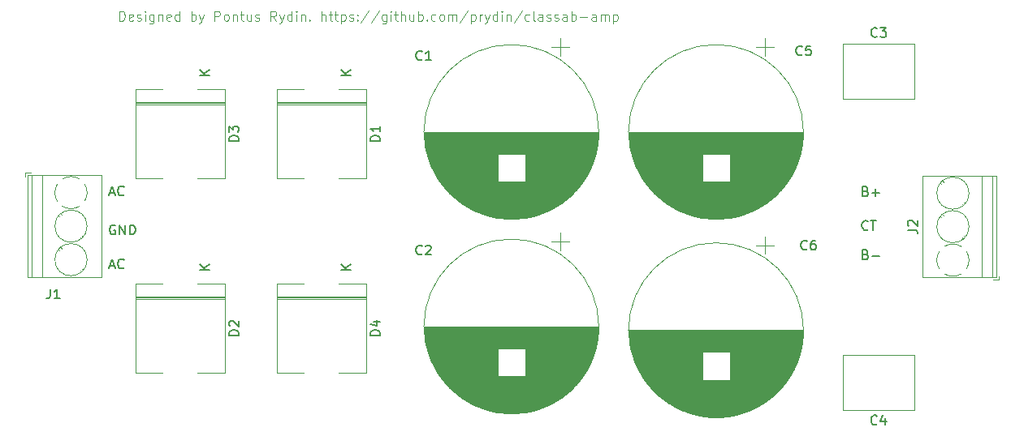
<source format=gbr>
%TF.GenerationSoftware,KiCad,Pcbnew,8.0.4*%
%TF.CreationDate,2024-09-25T20:52:31-04:00*%
%TF.ProjectId,power_supply,706f7765-725f-4737-9570-706c792e6b69,rev?*%
%TF.SameCoordinates,Original*%
%TF.FileFunction,Legend,Top*%
%TF.FilePolarity,Positive*%
%FSLAX46Y46*%
G04 Gerber Fmt 4.6, Leading zero omitted, Abs format (unit mm)*
G04 Created by KiCad (PCBNEW 8.0.4) date 2024-09-25 20:52:31*
%MOMM*%
%LPD*%
G01*
G04 APERTURE LIST*
%ADD10C,0.100000*%
%ADD11C,0.150000*%
%ADD12C,0.120000*%
G04 APERTURE END LIST*
D10*
X67867884Y-64388419D02*
X67867884Y-63388419D01*
X67867884Y-63388419D02*
X68105979Y-63388419D01*
X68105979Y-63388419D02*
X68248836Y-63436038D01*
X68248836Y-63436038D02*
X68344074Y-63531276D01*
X68344074Y-63531276D02*
X68391693Y-63626514D01*
X68391693Y-63626514D02*
X68439312Y-63816990D01*
X68439312Y-63816990D02*
X68439312Y-63959847D01*
X68439312Y-63959847D02*
X68391693Y-64150323D01*
X68391693Y-64150323D02*
X68344074Y-64245561D01*
X68344074Y-64245561D02*
X68248836Y-64340800D01*
X68248836Y-64340800D02*
X68105979Y-64388419D01*
X68105979Y-64388419D02*
X67867884Y-64388419D01*
X69248836Y-64340800D02*
X69153598Y-64388419D01*
X69153598Y-64388419D02*
X68963122Y-64388419D01*
X68963122Y-64388419D02*
X68867884Y-64340800D01*
X68867884Y-64340800D02*
X68820265Y-64245561D01*
X68820265Y-64245561D02*
X68820265Y-63864609D01*
X68820265Y-63864609D02*
X68867884Y-63769371D01*
X68867884Y-63769371D02*
X68963122Y-63721752D01*
X68963122Y-63721752D02*
X69153598Y-63721752D01*
X69153598Y-63721752D02*
X69248836Y-63769371D01*
X69248836Y-63769371D02*
X69296455Y-63864609D01*
X69296455Y-63864609D02*
X69296455Y-63959847D01*
X69296455Y-63959847D02*
X68820265Y-64055085D01*
X69677408Y-64340800D02*
X69772646Y-64388419D01*
X69772646Y-64388419D02*
X69963122Y-64388419D01*
X69963122Y-64388419D02*
X70058360Y-64340800D01*
X70058360Y-64340800D02*
X70105979Y-64245561D01*
X70105979Y-64245561D02*
X70105979Y-64197942D01*
X70105979Y-64197942D02*
X70058360Y-64102704D01*
X70058360Y-64102704D02*
X69963122Y-64055085D01*
X69963122Y-64055085D02*
X69820265Y-64055085D01*
X69820265Y-64055085D02*
X69725027Y-64007466D01*
X69725027Y-64007466D02*
X69677408Y-63912228D01*
X69677408Y-63912228D02*
X69677408Y-63864609D01*
X69677408Y-63864609D02*
X69725027Y-63769371D01*
X69725027Y-63769371D02*
X69820265Y-63721752D01*
X69820265Y-63721752D02*
X69963122Y-63721752D01*
X69963122Y-63721752D02*
X70058360Y-63769371D01*
X70534551Y-64388419D02*
X70534551Y-63721752D01*
X70534551Y-63388419D02*
X70486932Y-63436038D01*
X70486932Y-63436038D02*
X70534551Y-63483657D01*
X70534551Y-63483657D02*
X70582170Y-63436038D01*
X70582170Y-63436038D02*
X70534551Y-63388419D01*
X70534551Y-63388419D02*
X70534551Y-63483657D01*
X71439312Y-63721752D02*
X71439312Y-64531276D01*
X71439312Y-64531276D02*
X71391693Y-64626514D01*
X71391693Y-64626514D02*
X71344074Y-64674133D01*
X71344074Y-64674133D02*
X71248836Y-64721752D01*
X71248836Y-64721752D02*
X71105979Y-64721752D01*
X71105979Y-64721752D02*
X71010741Y-64674133D01*
X71439312Y-64340800D02*
X71344074Y-64388419D01*
X71344074Y-64388419D02*
X71153598Y-64388419D01*
X71153598Y-64388419D02*
X71058360Y-64340800D01*
X71058360Y-64340800D02*
X71010741Y-64293180D01*
X71010741Y-64293180D02*
X70963122Y-64197942D01*
X70963122Y-64197942D02*
X70963122Y-63912228D01*
X70963122Y-63912228D02*
X71010741Y-63816990D01*
X71010741Y-63816990D02*
X71058360Y-63769371D01*
X71058360Y-63769371D02*
X71153598Y-63721752D01*
X71153598Y-63721752D02*
X71344074Y-63721752D01*
X71344074Y-63721752D02*
X71439312Y-63769371D01*
X71915503Y-63721752D02*
X71915503Y-64388419D01*
X71915503Y-63816990D02*
X71963122Y-63769371D01*
X71963122Y-63769371D02*
X72058360Y-63721752D01*
X72058360Y-63721752D02*
X72201217Y-63721752D01*
X72201217Y-63721752D02*
X72296455Y-63769371D01*
X72296455Y-63769371D02*
X72344074Y-63864609D01*
X72344074Y-63864609D02*
X72344074Y-64388419D01*
X73201217Y-64340800D02*
X73105979Y-64388419D01*
X73105979Y-64388419D02*
X72915503Y-64388419D01*
X72915503Y-64388419D02*
X72820265Y-64340800D01*
X72820265Y-64340800D02*
X72772646Y-64245561D01*
X72772646Y-64245561D02*
X72772646Y-63864609D01*
X72772646Y-63864609D02*
X72820265Y-63769371D01*
X72820265Y-63769371D02*
X72915503Y-63721752D01*
X72915503Y-63721752D02*
X73105979Y-63721752D01*
X73105979Y-63721752D02*
X73201217Y-63769371D01*
X73201217Y-63769371D02*
X73248836Y-63864609D01*
X73248836Y-63864609D02*
X73248836Y-63959847D01*
X73248836Y-63959847D02*
X72772646Y-64055085D01*
X74105979Y-64388419D02*
X74105979Y-63388419D01*
X74105979Y-64340800D02*
X74010741Y-64388419D01*
X74010741Y-64388419D02*
X73820265Y-64388419D01*
X73820265Y-64388419D02*
X73725027Y-64340800D01*
X73725027Y-64340800D02*
X73677408Y-64293180D01*
X73677408Y-64293180D02*
X73629789Y-64197942D01*
X73629789Y-64197942D02*
X73629789Y-63912228D01*
X73629789Y-63912228D02*
X73677408Y-63816990D01*
X73677408Y-63816990D02*
X73725027Y-63769371D01*
X73725027Y-63769371D02*
X73820265Y-63721752D01*
X73820265Y-63721752D02*
X74010741Y-63721752D01*
X74010741Y-63721752D02*
X74105979Y-63769371D01*
X75344075Y-64388419D02*
X75344075Y-63388419D01*
X75344075Y-63769371D02*
X75439313Y-63721752D01*
X75439313Y-63721752D02*
X75629789Y-63721752D01*
X75629789Y-63721752D02*
X75725027Y-63769371D01*
X75725027Y-63769371D02*
X75772646Y-63816990D01*
X75772646Y-63816990D02*
X75820265Y-63912228D01*
X75820265Y-63912228D02*
X75820265Y-64197942D01*
X75820265Y-64197942D02*
X75772646Y-64293180D01*
X75772646Y-64293180D02*
X75725027Y-64340800D01*
X75725027Y-64340800D02*
X75629789Y-64388419D01*
X75629789Y-64388419D02*
X75439313Y-64388419D01*
X75439313Y-64388419D02*
X75344075Y-64340800D01*
X76153599Y-63721752D02*
X76391694Y-64388419D01*
X76629789Y-63721752D02*
X76391694Y-64388419D01*
X76391694Y-64388419D02*
X76296456Y-64626514D01*
X76296456Y-64626514D02*
X76248837Y-64674133D01*
X76248837Y-64674133D02*
X76153599Y-64721752D01*
X77772647Y-64388419D02*
X77772647Y-63388419D01*
X77772647Y-63388419D02*
X78153599Y-63388419D01*
X78153599Y-63388419D02*
X78248837Y-63436038D01*
X78248837Y-63436038D02*
X78296456Y-63483657D01*
X78296456Y-63483657D02*
X78344075Y-63578895D01*
X78344075Y-63578895D02*
X78344075Y-63721752D01*
X78344075Y-63721752D02*
X78296456Y-63816990D01*
X78296456Y-63816990D02*
X78248837Y-63864609D01*
X78248837Y-63864609D02*
X78153599Y-63912228D01*
X78153599Y-63912228D02*
X77772647Y-63912228D01*
X78915504Y-64388419D02*
X78820266Y-64340800D01*
X78820266Y-64340800D02*
X78772647Y-64293180D01*
X78772647Y-64293180D02*
X78725028Y-64197942D01*
X78725028Y-64197942D02*
X78725028Y-63912228D01*
X78725028Y-63912228D02*
X78772647Y-63816990D01*
X78772647Y-63816990D02*
X78820266Y-63769371D01*
X78820266Y-63769371D02*
X78915504Y-63721752D01*
X78915504Y-63721752D02*
X79058361Y-63721752D01*
X79058361Y-63721752D02*
X79153599Y-63769371D01*
X79153599Y-63769371D02*
X79201218Y-63816990D01*
X79201218Y-63816990D02*
X79248837Y-63912228D01*
X79248837Y-63912228D02*
X79248837Y-64197942D01*
X79248837Y-64197942D02*
X79201218Y-64293180D01*
X79201218Y-64293180D02*
X79153599Y-64340800D01*
X79153599Y-64340800D02*
X79058361Y-64388419D01*
X79058361Y-64388419D02*
X78915504Y-64388419D01*
X79677409Y-63721752D02*
X79677409Y-64388419D01*
X79677409Y-63816990D02*
X79725028Y-63769371D01*
X79725028Y-63769371D02*
X79820266Y-63721752D01*
X79820266Y-63721752D02*
X79963123Y-63721752D01*
X79963123Y-63721752D02*
X80058361Y-63769371D01*
X80058361Y-63769371D02*
X80105980Y-63864609D01*
X80105980Y-63864609D02*
X80105980Y-64388419D01*
X80439314Y-63721752D02*
X80820266Y-63721752D01*
X80582171Y-63388419D02*
X80582171Y-64245561D01*
X80582171Y-64245561D02*
X80629790Y-64340800D01*
X80629790Y-64340800D02*
X80725028Y-64388419D01*
X80725028Y-64388419D02*
X80820266Y-64388419D01*
X81582171Y-63721752D02*
X81582171Y-64388419D01*
X81153600Y-63721752D02*
X81153600Y-64245561D01*
X81153600Y-64245561D02*
X81201219Y-64340800D01*
X81201219Y-64340800D02*
X81296457Y-64388419D01*
X81296457Y-64388419D02*
X81439314Y-64388419D01*
X81439314Y-64388419D02*
X81534552Y-64340800D01*
X81534552Y-64340800D02*
X81582171Y-64293180D01*
X82010743Y-64340800D02*
X82105981Y-64388419D01*
X82105981Y-64388419D02*
X82296457Y-64388419D01*
X82296457Y-64388419D02*
X82391695Y-64340800D01*
X82391695Y-64340800D02*
X82439314Y-64245561D01*
X82439314Y-64245561D02*
X82439314Y-64197942D01*
X82439314Y-64197942D02*
X82391695Y-64102704D01*
X82391695Y-64102704D02*
X82296457Y-64055085D01*
X82296457Y-64055085D02*
X82153600Y-64055085D01*
X82153600Y-64055085D02*
X82058362Y-64007466D01*
X82058362Y-64007466D02*
X82010743Y-63912228D01*
X82010743Y-63912228D02*
X82010743Y-63864609D01*
X82010743Y-63864609D02*
X82058362Y-63769371D01*
X82058362Y-63769371D02*
X82153600Y-63721752D01*
X82153600Y-63721752D02*
X82296457Y-63721752D01*
X82296457Y-63721752D02*
X82391695Y-63769371D01*
X84201219Y-64388419D02*
X83867886Y-63912228D01*
X83629791Y-64388419D02*
X83629791Y-63388419D01*
X83629791Y-63388419D02*
X84010743Y-63388419D01*
X84010743Y-63388419D02*
X84105981Y-63436038D01*
X84105981Y-63436038D02*
X84153600Y-63483657D01*
X84153600Y-63483657D02*
X84201219Y-63578895D01*
X84201219Y-63578895D02*
X84201219Y-63721752D01*
X84201219Y-63721752D02*
X84153600Y-63816990D01*
X84153600Y-63816990D02*
X84105981Y-63864609D01*
X84105981Y-63864609D02*
X84010743Y-63912228D01*
X84010743Y-63912228D02*
X83629791Y-63912228D01*
X84534553Y-63721752D02*
X84772648Y-64388419D01*
X85010743Y-63721752D02*
X84772648Y-64388419D01*
X84772648Y-64388419D02*
X84677410Y-64626514D01*
X84677410Y-64626514D02*
X84629791Y-64674133D01*
X84629791Y-64674133D02*
X84534553Y-64721752D01*
X85820267Y-64388419D02*
X85820267Y-63388419D01*
X85820267Y-64340800D02*
X85725029Y-64388419D01*
X85725029Y-64388419D02*
X85534553Y-64388419D01*
X85534553Y-64388419D02*
X85439315Y-64340800D01*
X85439315Y-64340800D02*
X85391696Y-64293180D01*
X85391696Y-64293180D02*
X85344077Y-64197942D01*
X85344077Y-64197942D02*
X85344077Y-63912228D01*
X85344077Y-63912228D02*
X85391696Y-63816990D01*
X85391696Y-63816990D02*
X85439315Y-63769371D01*
X85439315Y-63769371D02*
X85534553Y-63721752D01*
X85534553Y-63721752D02*
X85725029Y-63721752D01*
X85725029Y-63721752D02*
X85820267Y-63769371D01*
X86296458Y-64388419D02*
X86296458Y-63721752D01*
X86296458Y-63388419D02*
X86248839Y-63436038D01*
X86248839Y-63436038D02*
X86296458Y-63483657D01*
X86296458Y-63483657D02*
X86344077Y-63436038D01*
X86344077Y-63436038D02*
X86296458Y-63388419D01*
X86296458Y-63388419D02*
X86296458Y-63483657D01*
X86772648Y-63721752D02*
X86772648Y-64388419D01*
X86772648Y-63816990D02*
X86820267Y-63769371D01*
X86820267Y-63769371D02*
X86915505Y-63721752D01*
X86915505Y-63721752D02*
X87058362Y-63721752D01*
X87058362Y-63721752D02*
X87153600Y-63769371D01*
X87153600Y-63769371D02*
X87201219Y-63864609D01*
X87201219Y-63864609D02*
X87201219Y-64388419D01*
X87677410Y-64293180D02*
X87725029Y-64340800D01*
X87725029Y-64340800D02*
X87677410Y-64388419D01*
X87677410Y-64388419D02*
X87629791Y-64340800D01*
X87629791Y-64340800D02*
X87677410Y-64293180D01*
X87677410Y-64293180D02*
X87677410Y-64388419D01*
X88915505Y-64388419D02*
X88915505Y-63388419D01*
X89344076Y-64388419D02*
X89344076Y-63864609D01*
X89344076Y-63864609D02*
X89296457Y-63769371D01*
X89296457Y-63769371D02*
X89201219Y-63721752D01*
X89201219Y-63721752D02*
X89058362Y-63721752D01*
X89058362Y-63721752D02*
X88963124Y-63769371D01*
X88963124Y-63769371D02*
X88915505Y-63816990D01*
X89677410Y-63721752D02*
X90058362Y-63721752D01*
X89820267Y-63388419D02*
X89820267Y-64245561D01*
X89820267Y-64245561D02*
X89867886Y-64340800D01*
X89867886Y-64340800D02*
X89963124Y-64388419D01*
X89963124Y-64388419D02*
X90058362Y-64388419D01*
X90248839Y-63721752D02*
X90629791Y-63721752D01*
X90391696Y-63388419D02*
X90391696Y-64245561D01*
X90391696Y-64245561D02*
X90439315Y-64340800D01*
X90439315Y-64340800D02*
X90534553Y-64388419D01*
X90534553Y-64388419D02*
X90629791Y-64388419D01*
X90963125Y-63721752D02*
X90963125Y-64721752D01*
X90963125Y-63769371D02*
X91058363Y-63721752D01*
X91058363Y-63721752D02*
X91248839Y-63721752D01*
X91248839Y-63721752D02*
X91344077Y-63769371D01*
X91344077Y-63769371D02*
X91391696Y-63816990D01*
X91391696Y-63816990D02*
X91439315Y-63912228D01*
X91439315Y-63912228D02*
X91439315Y-64197942D01*
X91439315Y-64197942D02*
X91391696Y-64293180D01*
X91391696Y-64293180D02*
X91344077Y-64340800D01*
X91344077Y-64340800D02*
X91248839Y-64388419D01*
X91248839Y-64388419D02*
X91058363Y-64388419D01*
X91058363Y-64388419D02*
X90963125Y-64340800D01*
X91820268Y-64340800D02*
X91915506Y-64388419D01*
X91915506Y-64388419D02*
X92105982Y-64388419D01*
X92105982Y-64388419D02*
X92201220Y-64340800D01*
X92201220Y-64340800D02*
X92248839Y-64245561D01*
X92248839Y-64245561D02*
X92248839Y-64197942D01*
X92248839Y-64197942D02*
X92201220Y-64102704D01*
X92201220Y-64102704D02*
X92105982Y-64055085D01*
X92105982Y-64055085D02*
X91963125Y-64055085D01*
X91963125Y-64055085D02*
X91867887Y-64007466D01*
X91867887Y-64007466D02*
X91820268Y-63912228D01*
X91820268Y-63912228D02*
X91820268Y-63864609D01*
X91820268Y-63864609D02*
X91867887Y-63769371D01*
X91867887Y-63769371D02*
X91963125Y-63721752D01*
X91963125Y-63721752D02*
X92105982Y-63721752D01*
X92105982Y-63721752D02*
X92201220Y-63769371D01*
X92677411Y-64293180D02*
X92725030Y-64340800D01*
X92725030Y-64340800D02*
X92677411Y-64388419D01*
X92677411Y-64388419D02*
X92629792Y-64340800D01*
X92629792Y-64340800D02*
X92677411Y-64293180D01*
X92677411Y-64293180D02*
X92677411Y-64388419D01*
X92677411Y-63769371D02*
X92725030Y-63816990D01*
X92725030Y-63816990D02*
X92677411Y-63864609D01*
X92677411Y-63864609D02*
X92629792Y-63816990D01*
X92629792Y-63816990D02*
X92677411Y-63769371D01*
X92677411Y-63769371D02*
X92677411Y-63864609D01*
X93867886Y-63340800D02*
X93010744Y-64626514D01*
X94915505Y-63340800D02*
X94058363Y-64626514D01*
X95677410Y-63721752D02*
X95677410Y-64531276D01*
X95677410Y-64531276D02*
X95629791Y-64626514D01*
X95629791Y-64626514D02*
X95582172Y-64674133D01*
X95582172Y-64674133D02*
X95486934Y-64721752D01*
X95486934Y-64721752D02*
X95344077Y-64721752D01*
X95344077Y-64721752D02*
X95248839Y-64674133D01*
X95677410Y-64340800D02*
X95582172Y-64388419D01*
X95582172Y-64388419D02*
X95391696Y-64388419D01*
X95391696Y-64388419D02*
X95296458Y-64340800D01*
X95296458Y-64340800D02*
X95248839Y-64293180D01*
X95248839Y-64293180D02*
X95201220Y-64197942D01*
X95201220Y-64197942D02*
X95201220Y-63912228D01*
X95201220Y-63912228D02*
X95248839Y-63816990D01*
X95248839Y-63816990D02*
X95296458Y-63769371D01*
X95296458Y-63769371D02*
X95391696Y-63721752D01*
X95391696Y-63721752D02*
X95582172Y-63721752D01*
X95582172Y-63721752D02*
X95677410Y-63769371D01*
X96153601Y-64388419D02*
X96153601Y-63721752D01*
X96153601Y-63388419D02*
X96105982Y-63436038D01*
X96105982Y-63436038D02*
X96153601Y-63483657D01*
X96153601Y-63483657D02*
X96201220Y-63436038D01*
X96201220Y-63436038D02*
X96153601Y-63388419D01*
X96153601Y-63388419D02*
X96153601Y-63483657D01*
X96486934Y-63721752D02*
X96867886Y-63721752D01*
X96629791Y-63388419D02*
X96629791Y-64245561D01*
X96629791Y-64245561D02*
X96677410Y-64340800D01*
X96677410Y-64340800D02*
X96772648Y-64388419D01*
X96772648Y-64388419D02*
X96867886Y-64388419D01*
X97201220Y-64388419D02*
X97201220Y-63388419D01*
X97629791Y-64388419D02*
X97629791Y-63864609D01*
X97629791Y-63864609D02*
X97582172Y-63769371D01*
X97582172Y-63769371D02*
X97486934Y-63721752D01*
X97486934Y-63721752D02*
X97344077Y-63721752D01*
X97344077Y-63721752D02*
X97248839Y-63769371D01*
X97248839Y-63769371D02*
X97201220Y-63816990D01*
X98534553Y-63721752D02*
X98534553Y-64388419D01*
X98105982Y-63721752D02*
X98105982Y-64245561D01*
X98105982Y-64245561D02*
X98153601Y-64340800D01*
X98153601Y-64340800D02*
X98248839Y-64388419D01*
X98248839Y-64388419D02*
X98391696Y-64388419D01*
X98391696Y-64388419D02*
X98486934Y-64340800D01*
X98486934Y-64340800D02*
X98534553Y-64293180D01*
X99010744Y-64388419D02*
X99010744Y-63388419D01*
X99010744Y-63769371D02*
X99105982Y-63721752D01*
X99105982Y-63721752D02*
X99296458Y-63721752D01*
X99296458Y-63721752D02*
X99391696Y-63769371D01*
X99391696Y-63769371D02*
X99439315Y-63816990D01*
X99439315Y-63816990D02*
X99486934Y-63912228D01*
X99486934Y-63912228D02*
X99486934Y-64197942D01*
X99486934Y-64197942D02*
X99439315Y-64293180D01*
X99439315Y-64293180D02*
X99391696Y-64340800D01*
X99391696Y-64340800D02*
X99296458Y-64388419D01*
X99296458Y-64388419D02*
X99105982Y-64388419D01*
X99105982Y-64388419D02*
X99010744Y-64340800D01*
X99915506Y-64293180D02*
X99963125Y-64340800D01*
X99963125Y-64340800D02*
X99915506Y-64388419D01*
X99915506Y-64388419D02*
X99867887Y-64340800D01*
X99867887Y-64340800D02*
X99915506Y-64293180D01*
X99915506Y-64293180D02*
X99915506Y-64388419D01*
X100820267Y-64340800D02*
X100725029Y-64388419D01*
X100725029Y-64388419D02*
X100534553Y-64388419D01*
X100534553Y-64388419D02*
X100439315Y-64340800D01*
X100439315Y-64340800D02*
X100391696Y-64293180D01*
X100391696Y-64293180D02*
X100344077Y-64197942D01*
X100344077Y-64197942D02*
X100344077Y-63912228D01*
X100344077Y-63912228D02*
X100391696Y-63816990D01*
X100391696Y-63816990D02*
X100439315Y-63769371D01*
X100439315Y-63769371D02*
X100534553Y-63721752D01*
X100534553Y-63721752D02*
X100725029Y-63721752D01*
X100725029Y-63721752D02*
X100820267Y-63769371D01*
X101391696Y-64388419D02*
X101296458Y-64340800D01*
X101296458Y-64340800D02*
X101248839Y-64293180D01*
X101248839Y-64293180D02*
X101201220Y-64197942D01*
X101201220Y-64197942D02*
X101201220Y-63912228D01*
X101201220Y-63912228D02*
X101248839Y-63816990D01*
X101248839Y-63816990D02*
X101296458Y-63769371D01*
X101296458Y-63769371D02*
X101391696Y-63721752D01*
X101391696Y-63721752D02*
X101534553Y-63721752D01*
X101534553Y-63721752D02*
X101629791Y-63769371D01*
X101629791Y-63769371D02*
X101677410Y-63816990D01*
X101677410Y-63816990D02*
X101725029Y-63912228D01*
X101725029Y-63912228D02*
X101725029Y-64197942D01*
X101725029Y-64197942D02*
X101677410Y-64293180D01*
X101677410Y-64293180D02*
X101629791Y-64340800D01*
X101629791Y-64340800D02*
X101534553Y-64388419D01*
X101534553Y-64388419D02*
X101391696Y-64388419D01*
X102153601Y-64388419D02*
X102153601Y-63721752D01*
X102153601Y-63816990D02*
X102201220Y-63769371D01*
X102201220Y-63769371D02*
X102296458Y-63721752D01*
X102296458Y-63721752D02*
X102439315Y-63721752D01*
X102439315Y-63721752D02*
X102534553Y-63769371D01*
X102534553Y-63769371D02*
X102582172Y-63864609D01*
X102582172Y-63864609D02*
X102582172Y-64388419D01*
X102582172Y-63864609D02*
X102629791Y-63769371D01*
X102629791Y-63769371D02*
X102725029Y-63721752D01*
X102725029Y-63721752D02*
X102867886Y-63721752D01*
X102867886Y-63721752D02*
X102963125Y-63769371D01*
X102963125Y-63769371D02*
X103010744Y-63864609D01*
X103010744Y-63864609D02*
X103010744Y-64388419D01*
X104201219Y-63340800D02*
X103344077Y-64626514D01*
X104534553Y-63721752D02*
X104534553Y-64721752D01*
X104534553Y-63769371D02*
X104629791Y-63721752D01*
X104629791Y-63721752D02*
X104820267Y-63721752D01*
X104820267Y-63721752D02*
X104915505Y-63769371D01*
X104915505Y-63769371D02*
X104963124Y-63816990D01*
X104963124Y-63816990D02*
X105010743Y-63912228D01*
X105010743Y-63912228D02*
X105010743Y-64197942D01*
X105010743Y-64197942D02*
X104963124Y-64293180D01*
X104963124Y-64293180D02*
X104915505Y-64340800D01*
X104915505Y-64340800D02*
X104820267Y-64388419D01*
X104820267Y-64388419D02*
X104629791Y-64388419D01*
X104629791Y-64388419D02*
X104534553Y-64340800D01*
X105439315Y-64388419D02*
X105439315Y-63721752D01*
X105439315Y-63912228D02*
X105486934Y-63816990D01*
X105486934Y-63816990D02*
X105534553Y-63769371D01*
X105534553Y-63769371D02*
X105629791Y-63721752D01*
X105629791Y-63721752D02*
X105725029Y-63721752D01*
X105963125Y-63721752D02*
X106201220Y-64388419D01*
X106439315Y-63721752D02*
X106201220Y-64388419D01*
X106201220Y-64388419D02*
X106105982Y-64626514D01*
X106105982Y-64626514D02*
X106058363Y-64674133D01*
X106058363Y-64674133D02*
X105963125Y-64721752D01*
X107248839Y-64388419D02*
X107248839Y-63388419D01*
X107248839Y-64340800D02*
X107153601Y-64388419D01*
X107153601Y-64388419D02*
X106963125Y-64388419D01*
X106963125Y-64388419D02*
X106867887Y-64340800D01*
X106867887Y-64340800D02*
X106820268Y-64293180D01*
X106820268Y-64293180D02*
X106772649Y-64197942D01*
X106772649Y-64197942D02*
X106772649Y-63912228D01*
X106772649Y-63912228D02*
X106820268Y-63816990D01*
X106820268Y-63816990D02*
X106867887Y-63769371D01*
X106867887Y-63769371D02*
X106963125Y-63721752D01*
X106963125Y-63721752D02*
X107153601Y-63721752D01*
X107153601Y-63721752D02*
X107248839Y-63769371D01*
X107725030Y-64388419D02*
X107725030Y-63721752D01*
X107725030Y-63388419D02*
X107677411Y-63436038D01*
X107677411Y-63436038D02*
X107725030Y-63483657D01*
X107725030Y-63483657D02*
X107772649Y-63436038D01*
X107772649Y-63436038D02*
X107725030Y-63388419D01*
X107725030Y-63388419D02*
X107725030Y-63483657D01*
X108201220Y-63721752D02*
X108201220Y-64388419D01*
X108201220Y-63816990D02*
X108248839Y-63769371D01*
X108248839Y-63769371D02*
X108344077Y-63721752D01*
X108344077Y-63721752D02*
X108486934Y-63721752D01*
X108486934Y-63721752D02*
X108582172Y-63769371D01*
X108582172Y-63769371D02*
X108629791Y-63864609D01*
X108629791Y-63864609D02*
X108629791Y-64388419D01*
X109820267Y-63340800D02*
X108963125Y-64626514D01*
X110582172Y-64340800D02*
X110486934Y-64388419D01*
X110486934Y-64388419D02*
X110296458Y-64388419D01*
X110296458Y-64388419D02*
X110201220Y-64340800D01*
X110201220Y-64340800D02*
X110153601Y-64293180D01*
X110153601Y-64293180D02*
X110105982Y-64197942D01*
X110105982Y-64197942D02*
X110105982Y-63912228D01*
X110105982Y-63912228D02*
X110153601Y-63816990D01*
X110153601Y-63816990D02*
X110201220Y-63769371D01*
X110201220Y-63769371D02*
X110296458Y-63721752D01*
X110296458Y-63721752D02*
X110486934Y-63721752D01*
X110486934Y-63721752D02*
X110582172Y-63769371D01*
X111153601Y-64388419D02*
X111058363Y-64340800D01*
X111058363Y-64340800D02*
X111010744Y-64245561D01*
X111010744Y-64245561D02*
X111010744Y-63388419D01*
X111963125Y-64388419D02*
X111963125Y-63864609D01*
X111963125Y-63864609D02*
X111915506Y-63769371D01*
X111915506Y-63769371D02*
X111820268Y-63721752D01*
X111820268Y-63721752D02*
X111629792Y-63721752D01*
X111629792Y-63721752D02*
X111534554Y-63769371D01*
X111963125Y-64340800D02*
X111867887Y-64388419D01*
X111867887Y-64388419D02*
X111629792Y-64388419D01*
X111629792Y-64388419D02*
X111534554Y-64340800D01*
X111534554Y-64340800D02*
X111486935Y-64245561D01*
X111486935Y-64245561D02*
X111486935Y-64150323D01*
X111486935Y-64150323D02*
X111534554Y-64055085D01*
X111534554Y-64055085D02*
X111629792Y-64007466D01*
X111629792Y-64007466D02*
X111867887Y-64007466D01*
X111867887Y-64007466D02*
X111963125Y-63959847D01*
X112391697Y-64340800D02*
X112486935Y-64388419D01*
X112486935Y-64388419D02*
X112677411Y-64388419D01*
X112677411Y-64388419D02*
X112772649Y-64340800D01*
X112772649Y-64340800D02*
X112820268Y-64245561D01*
X112820268Y-64245561D02*
X112820268Y-64197942D01*
X112820268Y-64197942D02*
X112772649Y-64102704D01*
X112772649Y-64102704D02*
X112677411Y-64055085D01*
X112677411Y-64055085D02*
X112534554Y-64055085D01*
X112534554Y-64055085D02*
X112439316Y-64007466D01*
X112439316Y-64007466D02*
X112391697Y-63912228D01*
X112391697Y-63912228D02*
X112391697Y-63864609D01*
X112391697Y-63864609D02*
X112439316Y-63769371D01*
X112439316Y-63769371D02*
X112534554Y-63721752D01*
X112534554Y-63721752D02*
X112677411Y-63721752D01*
X112677411Y-63721752D02*
X112772649Y-63769371D01*
X113201221Y-64340800D02*
X113296459Y-64388419D01*
X113296459Y-64388419D02*
X113486935Y-64388419D01*
X113486935Y-64388419D02*
X113582173Y-64340800D01*
X113582173Y-64340800D02*
X113629792Y-64245561D01*
X113629792Y-64245561D02*
X113629792Y-64197942D01*
X113629792Y-64197942D02*
X113582173Y-64102704D01*
X113582173Y-64102704D02*
X113486935Y-64055085D01*
X113486935Y-64055085D02*
X113344078Y-64055085D01*
X113344078Y-64055085D02*
X113248840Y-64007466D01*
X113248840Y-64007466D02*
X113201221Y-63912228D01*
X113201221Y-63912228D02*
X113201221Y-63864609D01*
X113201221Y-63864609D02*
X113248840Y-63769371D01*
X113248840Y-63769371D02*
X113344078Y-63721752D01*
X113344078Y-63721752D02*
X113486935Y-63721752D01*
X113486935Y-63721752D02*
X113582173Y-63769371D01*
X114486935Y-64388419D02*
X114486935Y-63864609D01*
X114486935Y-63864609D02*
X114439316Y-63769371D01*
X114439316Y-63769371D02*
X114344078Y-63721752D01*
X114344078Y-63721752D02*
X114153602Y-63721752D01*
X114153602Y-63721752D02*
X114058364Y-63769371D01*
X114486935Y-64340800D02*
X114391697Y-64388419D01*
X114391697Y-64388419D02*
X114153602Y-64388419D01*
X114153602Y-64388419D02*
X114058364Y-64340800D01*
X114058364Y-64340800D02*
X114010745Y-64245561D01*
X114010745Y-64245561D02*
X114010745Y-64150323D01*
X114010745Y-64150323D02*
X114058364Y-64055085D01*
X114058364Y-64055085D02*
X114153602Y-64007466D01*
X114153602Y-64007466D02*
X114391697Y-64007466D01*
X114391697Y-64007466D02*
X114486935Y-63959847D01*
X114963126Y-64388419D02*
X114963126Y-63388419D01*
X114963126Y-63769371D02*
X115058364Y-63721752D01*
X115058364Y-63721752D02*
X115248840Y-63721752D01*
X115248840Y-63721752D02*
X115344078Y-63769371D01*
X115344078Y-63769371D02*
X115391697Y-63816990D01*
X115391697Y-63816990D02*
X115439316Y-63912228D01*
X115439316Y-63912228D02*
X115439316Y-64197942D01*
X115439316Y-64197942D02*
X115391697Y-64293180D01*
X115391697Y-64293180D02*
X115344078Y-64340800D01*
X115344078Y-64340800D02*
X115248840Y-64388419D01*
X115248840Y-64388419D02*
X115058364Y-64388419D01*
X115058364Y-64388419D02*
X114963126Y-64340800D01*
X115867888Y-64007466D02*
X116629793Y-64007466D01*
X117534554Y-64388419D02*
X117534554Y-63864609D01*
X117534554Y-63864609D02*
X117486935Y-63769371D01*
X117486935Y-63769371D02*
X117391697Y-63721752D01*
X117391697Y-63721752D02*
X117201221Y-63721752D01*
X117201221Y-63721752D02*
X117105983Y-63769371D01*
X117534554Y-64340800D02*
X117439316Y-64388419D01*
X117439316Y-64388419D02*
X117201221Y-64388419D01*
X117201221Y-64388419D02*
X117105983Y-64340800D01*
X117105983Y-64340800D02*
X117058364Y-64245561D01*
X117058364Y-64245561D02*
X117058364Y-64150323D01*
X117058364Y-64150323D02*
X117105983Y-64055085D01*
X117105983Y-64055085D02*
X117201221Y-64007466D01*
X117201221Y-64007466D02*
X117439316Y-64007466D01*
X117439316Y-64007466D02*
X117534554Y-63959847D01*
X118010745Y-64388419D02*
X118010745Y-63721752D01*
X118010745Y-63816990D02*
X118058364Y-63769371D01*
X118058364Y-63769371D02*
X118153602Y-63721752D01*
X118153602Y-63721752D02*
X118296459Y-63721752D01*
X118296459Y-63721752D02*
X118391697Y-63769371D01*
X118391697Y-63769371D02*
X118439316Y-63864609D01*
X118439316Y-63864609D02*
X118439316Y-64388419D01*
X118439316Y-63864609D02*
X118486935Y-63769371D01*
X118486935Y-63769371D02*
X118582173Y-63721752D01*
X118582173Y-63721752D02*
X118725030Y-63721752D01*
X118725030Y-63721752D02*
X118820269Y-63769371D01*
X118820269Y-63769371D02*
X118867888Y-63864609D01*
X118867888Y-63864609D02*
X118867888Y-64388419D01*
X119344078Y-63721752D02*
X119344078Y-64721752D01*
X119344078Y-63769371D02*
X119439316Y-63721752D01*
X119439316Y-63721752D02*
X119629792Y-63721752D01*
X119629792Y-63721752D02*
X119725030Y-63769371D01*
X119725030Y-63769371D02*
X119772649Y-63816990D01*
X119772649Y-63816990D02*
X119820268Y-63912228D01*
X119820268Y-63912228D02*
X119820268Y-64197942D01*
X119820268Y-64197942D02*
X119772649Y-64293180D01*
X119772649Y-64293180D02*
X119725030Y-64340800D01*
X119725030Y-64340800D02*
X119629792Y-64388419D01*
X119629792Y-64388419D02*
X119439316Y-64388419D01*
X119439316Y-64388419D02*
X119344078Y-64340800D01*
D11*
X145642112Y-88810009D02*
X145784969Y-88857628D01*
X145784969Y-88857628D02*
X145832588Y-88905247D01*
X145832588Y-88905247D02*
X145880207Y-89000485D01*
X145880207Y-89000485D02*
X145880207Y-89143342D01*
X145880207Y-89143342D02*
X145832588Y-89238580D01*
X145832588Y-89238580D02*
X145784969Y-89286200D01*
X145784969Y-89286200D02*
X145689731Y-89333819D01*
X145689731Y-89333819D02*
X145308779Y-89333819D01*
X145308779Y-89333819D02*
X145308779Y-88333819D01*
X145308779Y-88333819D02*
X145642112Y-88333819D01*
X145642112Y-88333819D02*
X145737350Y-88381438D01*
X145737350Y-88381438D02*
X145784969Y-88429057D01*
X145784969Y-88429057D02*
X145832588Y-88524295D01*
X145832588Y-88524295D02*
X145832588Y-88619533D01*
X145832588Y-88619533D02*
X145784969Y-88714771D01*
X145784969Y-88714771D02*
X145737350Y-88762390D01*
X145737350Y-88762390D02*
X145642112Y-88810009D01*
X145642112Y-88810009D02*
X145308779Y-88810009D01*
X146308779Y-88952866D02*
X147070684Y-88952866D01*
X145880207Y-86190580D02*
X145832588Y-86238200D01*
X145832588Y-86238200D02*
X145689731Y-86285819D01*
X145689731Y-86285819D02*
X145594493Y-86285819D01*
X145594493Y-86285819D02*
X145451636Y-86238200D01*
X145451636Y-86238200D02*
X145356398Y-86142961D01*
X145356398Y-86142961D02*
X145308779Y-86047723D01*
X145308779Y-86047723D02*
X145261160Y-85857247D01*
X145261160Y-85857247D02*
X145261160Y-85714390D01*
X145261160Y-85714390D02*
X145308779Y-85523914D01*
X145308779Y-85523914D02*
X145356398Y-85428676D01*
X145356398Y-85428676D02*
X145451636Y-85333438D01*
X145451636Y-85333438D02*
X145594493Y-85285819D01*
X145594493Y-85285819D02*
X145689731Y-85285819D01*
X145689731Y-85285819D02*
X145832588Y-85333438D01*
X145832588Y-85333438D02*
X145880207Y-85381057D01*
X146165922Y-85285819D02*
X146737350Y-85285819D01*
X146451636Y-86285819D02*
X146451636Y-85285819D01*
X145642112Y-82206009D02*
X145784969Y-82253628D01*
X145784969Y-82253628D02*
X145832588Y-82301247D01*
X145832588Y-82301247D02*
X145880207Y-82396485D01*
X145880207Y-82396485D02*
X145880207Y-82539342D01*
X145880207Y-82539342D02*
X145832588Y-82634580D01*
X145832588Y-82634580D02*
X145784969Y-82682200D01*
X145784969Y-82682200D02*
X145689731Y-82729819D01*
X145689731Y-82729819D02*
X145308779Y-82729819D01*
X145308779Y-82729819D02*
X145308779Y-81729819D01*
X145308779Y-81729819D02*
X145642112Y-81729819D01*
X145642112Y-81729819D02*
X145737350Y-81777438D01*
X145737350Y-81777438D02*
X145784969Y-81825057D01*
X145784969Y-81825057D02*
X145832588Y-81920295D01*
X145832588Y-81920295D02*
X145832588Y-82015533D01*
X145832588Y-82015533D02*
X145784969Y-82110771D01*
X145784969Y-82110771D02*
X145737350Y-82158390D01*
X145737350Y-82158390D02*
X145642112Y-82206009D01*
X145642112Y-82206009D02*
X145308779Y-82206009D01*
X146308779Y-82348866D02*
X147070684Y-82348866D01*
X146689731Y-82729819D02*
X146689731Y-81967914D01*
X66837160Y-82388104D02*
X67313350Y-82388104D01*
X66741922Y-82673819D02*
X67075255Y-81673819D01*
X67075255Y-81673819D02*
X67408588Y-82673819D01*
X68313350Y-82578580D02*
X68265731Y-82626200D01*
X68265731Y-82626200D02*
X68122874Y-82673819D01*
X68122874Y-82673819D02*
X68027636Y-82673819D01*
X68027636Y-82673819D02*
X67884779Y-82626200D01*
X67884779Y-82626200D02*
X67789541Y-82530961D01*
X67789541Y-82530961D02*
X67741922Y-82435723D01*
X67741922Y-82435723D02*
X67694303Y-82245247D01*
X67694303Y-82245247D02*
X67694303Y-82102390D01*
X67694303Y-82102390D02*
X67741922Y-81911914D01*
X67741922Y-81911914D02*
X67789541Y-81816676D01*
X67789541Y-81816676D02*
X67884779Y-81721438D01*
X67884779Y-81721438D02*
X68027636Y-81673819D01*
X68027636Y-81673819D02*
X68122874Y-81673819D01*
X68122874Y-81673819D02*
X68265731Y-81721438D01*
X68265731Y-81721438D02*
X68313350Y-81769057D01*
X66837160Y-90008104D02*
X67313350Y-90008104D01*
X66741922Y-90293819D02*
X67075255Y-89293819D01*
X67075255Y-89293819D02*
X67408588Y-90293819D01*
X68313350Y-90198580D02*
X68265731Y-90246200D01*
X68265731Y-90246200D02*
X68122874Y-90293819D01*
X68122874Y-90293819D02*
X68027636Y-90293819D01*
X68027636Y-90293819D02*
X67884779Y-90246200D01*
X67884779Y-90246200D02*
X67789541Y-90150961D01*
X67789541Y-90150961D02*
X67741922Y-90055723D01*
X67741922Y-90055723D02*
X67694303Y-89865247D01*
X67694303Y-89865247D02*
X67694303Y-89722390D01*
X67694303Y-89722390D02*
X67741922Y-89531914D01*
X67741922Y-89531914D02*
X67789541Y-89436676D01*
X67789541Y-89436676D02*
X67884779Y-89341438D01*
X67884779Y-89341438D02*
X68027636Y-89293819D01*
X68027636Y-89293819D02*
X68122874Y-89293819D01*
X68122874Y-89293819D02*
X68265731Y-89341438D01*
X68265731Y-89341438D02*
X68313350Y-89389057D01*
X67408588Y-85785438D02*
X67313350Y-85737819D01*
X67313350Y-85737819D02*
X67170493Y-85737819D01*
X67170493Y-85737819D02*
X67027636Y-85785438D01*
X67027636Y-85785438D02*
X66932398Y-85880676D01*
X66932398Y-85880676D02*
X66884779Y-85975914D01*
X66884779Y-85975914D02*
X66837160Y-86166390D01*
X66837160Y-86166390D02*
X66837160Y-86309247D01*
X66837160Y-86309247D02*
X66884779Y-86499723D01*
X66884779Y-86499723D02*
X66932398Y-86594961D01*
X66932398Y-86594961D02*
X67027636Y-86690200D01*
X67027636Y-86690200D02*
X67170493Y-86737819D01*
X67170493Y-86737819D02*
X67265731Y-86737819D01*
X67265731Y-86737819D02*
X67408588Y-86690200D01*
X67408588Y-86690200D02*
X67456207Y-86642580D01*
X67456207Y-86642580D02*
X67456207Y-86309247D01*
X67456207Y-86309247D02*
X67265731Y-86309247D01*
X67884779Y-86737819D02*
X67884779Y-85737819D01*
X67884779Y-85737819D02*
X68456207Y-86737819D01*
X68456207Y-86737819D02*
X68456207Y-85737819D01*
X68932398Y-86737819D02*
X68932398Y-85737819D01*
X68932398Y-85737819D02*
X69170493Y-85737819D01*
X69170493Y-85737819D02*
X69313350Y-85785438D01*
X69313350Y-85785438D02*
X69408588Y-85880676D01*
X69408588Y-85880676D02*
X69456207Y-85975914D01*
X69456207Y-85975914D02*
X69503826Y-86166390D01*
X69503826Y-86166390D02*
X69503826Y-86309247D01*
X69503826Y-86309247D02*
X69456207Y-86499723D01*
X69456207Y-86499723D02*
X69408588Y-86594961D01*
X69408588Y-86594961D02*
X69313350Y-86690200D01*
X69313350Y-86690200D02*
X69170493Y-86737819D01*
X69170493Y-86737819D02*
X68932398Y-86737819D01*
X146837333Y-106523580D02*
X146789714Y-106571200D01*
X146789714Y-106571200D02*
X146646857Y-106618819D01*
X146646857Y-106618819D02*
X146551619Y-106618819D01*
X146551619Y-106618819D02*
X146408762Y-106571200D01*
X146408762Y-106571200D02*
X146313524Y-106475961D01*
X146313524Y-106475961D02*
X146265905Y-106380723D01*
X146265905Y-106380723D02*
X146218286Y-106190247D01*
X146218286Y-106190247D02*
X146218286Y-106047390D01*
X146218286Y-106047390D02*
X146265905Y-105856914D01*
X146265905Y-105856914D02*
X146313524Y-105761676D01*
X146313524Y-105761676D02*
X146408762Y-105666438D01*
X146408762Y-105666438D02*
X146551619Y-105618819D01*
X146551619Y-105618819D02*
X146646857Y-105618819D01*
X146646857Y-105618819D02*
X146789714Y-105666438D01*
X146789714Y-105666438D02*
X146837333Y-105714057D01*
X147694476Y-105952152D02*
X147694476Y-106618819D01*
X147456381Y-105571200D02*
X147218286Y-106285485D01*
X147218286Y-106285485D02*
X147837333Y-106285485D01*
X99401333Y-88751580D02*
X99353714Y-88799200D01*
X99353714Y-88799200D02*
X99210857Y-88846819D01*
X99210857Y-88846819D02*
X99115619Y-88846819D01*
X99115619Y-88846819D02*
X98972762Y-88799200D01*
X98972762Y-88799200D02*
X98877524Y-88703961D01*
X98877524Y-88703961D02*
X98829905Y-88608723D01*
X98829905Y-88608723D02*
X98782286Y-88418247D01*
X98782286Y-88418247D02*
X98782286Y-88275390D01*
X98782286Y-88275390D02*
X98829905Y-88084914D01*
X98829905Y-88084914D02*
X98877524Y-87989676D01*
X98877524Y-87989676D02*
X98972762Y-87894438D01*
X98972762Y-87894438D02*
X99115619Y-87846819D01*
X99115619Y-87846819D02*
X99210857Y-87846819D01*
X99210857Y-87846819D02*
X99353714Y-87894438D01*
X99353714Y-87894438D02*
X99401333Y-87942057D01*
X99782286Y-87942057D02*
X99829905Y-87894438D01*
X99829905Y-87894438D02*
X99925143Y-87846819D01*
X99925143Y-87846819D02*
X100163238Y-87846819D01*
X100163238Y-87846819D02*
X100258476Y-87894438D01*
X100258476Y-87894438D02*
X100306095Y-87942057D01*
X100306095Y-87942057D02*
X100353714Y-88037295D01*
X100353714Y-88037295D02*
X100353714Y-88132533D01*
X100353714Y-88132533D02*
X100306095Y-88275390D01*
X100306095Y-88275390D02*
X99734667Y-88846819D01*
X99734667Y-88846819D02*
X100353714Y-88846819D01*
X95024819Y-97258094D02*
X94024819Y-97258094D01*
X94024819Y-97258094D02*
X94024819Y-97019999D01*
X94024819Y-97019999D02*
X94072438Y-96877142D01*
X94072438Y-96877142D02*
X94167676Y-96781904D01*
X94167676Y-96781904D02*
X94262914Y-96734285D01*
X94262914Y-96734285D02*
X94453390Y-96686666D01*
X94453390Y-96686666D02*
X94596247Y-96686666D01*
X94596247Y-96686666D02*
X94786723Y-96734285D01*
X94786723Y-96734285D02*
X94881961Y-96781904D01*
X94881961Y-96781904D02*
X94977200Y-96877142D01*
X94977200Y-96877142D02*
X95024819Y-97019999D01*
X95024819Y-97019999D02*
X95024819Y-97258094D01*
X94358152Y-95829523D02*
X95024819Y-95829523D01*
X93977200Y-96067618D02*
X94691485Y-96305713D01*
X94691485Y-96305713D02*
X94691485Y-95686666D01*
X91954819Y-90431904D02*
X90954819Y-90431904D01*
X91954819Y-89860476D02*
X91383390Y-90289047D01*
X90954819Y-89860476D02*
X91526247Y-90431904D01*
X139025333Y-67923580D02*
X138977714Y-67971200D01*
X138977714Y-67971200D02*
X138834857Y-68018819D01*
X138834857Y-68018819D02*
X138739619Y-68018819D01*
X138739619Y-68018819D02*
X138596762Y-67971200D01*
X138596762Y-67971200D02*
X138501524Y-67875961D01*
X138501524Y-67875961D02*
X138453905Y-67780723D01*
X138453905Y-67780723D02*
X138406286Y-67590247D01*
X138406286Y-67590247D02*
X138406286Y-67447390D01*
X138406286Y-67447390D02*
X138453905Y-67256914D01*
X138453905Y-67256914D02*
X138501524Y-67161676D01*
X138501524Y-67161676D02*
X138596762Y-67066438D01*
X138596762Y-67066438D02*
X138739619Y-67018819D01*
X138739619Y-67018819D02*
X138834857Y-67018819D01*
X138834857Y-67018819D02*
X138977714Y-67066438D01*
X138977714Y-67066438D02*
X139025333Y-67114057D01*
X139930095Y-67018819D02*
X139453905Y-67018819D01*
X139453905Y-67018819D02*
X139406286Y-67495009D01*
X139406286Y-67495009D02*
X139453905Y-67447390D01*
X139453905Y-67447390D02*
X139549143Y-67399771D01*
X139549143Y-67399771D02*
X139787238Y-67399771D01*
X139787238Y-67399771D02*
X139882476Y-67447390D01*
X139882476Y-67447390D02*
X139930095Y-67495009D01*
X139930095Y-67495009D02*
X139977714Y-67590247D01*
X139977714Y-67590247D02*
X139977714Y-67828342D01*
X139977714Y-67828342D02*
X139930095Y-67923580D01*
X139930095Y-67923580D02*
X139882476Y-67971200D01*
X139882476Y-67971200D02*
X139787238Y-68018819D01*
X139787238Y-68018819D02*
X139549143Y-68018819D01*
X139549143Y-68018819D02*
X139453905Y-67971200D01*
X139453905Y-67971200D02*
X139406286Y-67923580D01*
X80292819Y-76938094D02*
X79292819Y-76938094D01*
X79292819Y-76938094D02*
X79292819Y-76699999D01*
X79292819Y-76699999D02*
X79340438Y-76557142D01*
X79340438Y-76557142D02*
X79435676Y-76461904D01*
X79435676Y-76461904D02*
X79530914Y-76414285D01*
X79530914Y-76414285D02*
X79721390Y-76366666D01*
X79721390Y-76366666D02*
X79864247Y-76366666D01*
X79864247Y-76366666D02*
X80054723Y-76414285D01*
X80054723Y-76414285D02*
X80149961Y-76461904D01*
X80149961Y-76461904D02*
X80245200Y-76557142D01*
X80245200Y-76557142D02*
X80292819Y-76699999D01*
X80292819Y-76699999D02*
X80292819Y-76938094D01*
X79292819Y-76033332D02*
X79292819Y-75414285D01*
X79292819Y-75414285D02*
X79673771Y-75747618D01*
X79673771Y-75747618D02*
X79673771Y-75604761D01*
X79673771Y-75604761D02*
X79721390Y-75509523D01*
X79721390Y-75509523D02*
X79769009Y-75461904D01*
X79769009Y-75461904D02*
X79864247Y-75414285D01*
X79864247Y-75414285D02*
X80102342Y-75414285D01*
X80102342Y-75414285D02*
X80197580Y-75461904D01*
X80197580Y-75461904D02*
X80245200Y-75509523D01*
X80245200Y-75509523D02*
X80292819Y-75604761D01*
X80292819Y-75604761D02*
X80292819Y-75890475D01*
X80292819Y-75890475D02*
X80245200Y-75985713D01*
X80245200Y-75985713D02*
X80197580Y-76033332D01*
X77222819Y-70111904D02*
X76222819Y-70111904D01*
X77222819Y-69540476D02*
X76651390Y-69969047D01*
X76222819Y-69540476D02*
X76794247Y-70111904D01*
X150042819Y-86241333D02*
X150757104Y-86241333D01*
X150757104Y-86241333D02*
X150899961Y-86288952D01*
X150899961Y-86288952D02*
X150995200Y-86384190D01*
X150995200Y-86384190D02*
X151042819Y-86527047D01*
X151042819Y-86527047D02*
X151042819Y-86622285D01*
X150138057Y-85812761D02*
X150090438Y-85765142D01*
X150090438Y-85765142D02*
X150042819Y-85669904D01*
X150042819Y-85669904D02*
X150042819Y-85431809D01*
X150042819Y-85431809D02*
X150090438Y-85336571D01*
X150090438Y-85336571D02*
X150138057Y-85288952D01*
X150138057Y-85288952D02*
X150233295Y-85241333D01*
X150233295Y-85241333D02*
X150328533Y-85241333D01*
X150328533Y-85241333D02*
X150471390Y-85288952D01*
X150471390Y-85288952D02*
X151042819Y-85860380D01*
X151042819Y-85860380D02*
X151042819Y-85241333D01*
X60626666Y-92418819D02*
X60626666Y-93133104D01*
X60626666Y-93133104D02*
X60579047Y-93275961D01*
X60579047Y-93275961D02*
X60483809Y-93371200D01*
X60483809Y-93371200D02*
X60340952Y-93418819D01*
X60340952Y-93418819D02*
X60245714Y-93418819D01*
X61626666Y-93418819D02*
X61055238Y-93418819D01*
X61340952Y-93418819D02*
X61340952Y-92418819D01*
X61340952Y-92418819D02*
X61245714Y-92561676D01*
X61245714Y-92561676D02*
X61150476Y-92656914D01*
X61150476Y-92656914D02*
X61055238Y-92704533D01*
X99401333Y-68431580D02*
X99353714Y-68479200D01*
X99353714Y-68479200D02*
X99210857Y-68526819D01*
X99210857Y-68526819D02*
X99115619Y-68526819D01*
X99115619Y-68526819D02*
X98972762Y-68479200D01*
X98972762Y-68479200D02*
X98877524Y-68383961D01*
X98877524Y-68383961D02*
X98829905Y-68288723D01*
X98829905Y-68288723D02*
X98782286Y-68098247D01*
X98782286Y-68098247D02*
X98782286Y-67955390D01*
X98782286Y-67955390D02*
X98829905Y-67764914D01*
X98829905Y-67764914D02*
X98877524Y-67669676D01*
X98877524Y-67669676D02*
X98972762Y-67574438D01*
X98972762Y-67574438D02*
X99115619Y-67526819D01*
X99115619Y-67526819D02*
X99210857Y-67526819D01*
X99210857Y-67526819D02*
X99353714Y-67574438D01*
X99353714Y-67574438D02*
X99401333Y-67622057D01*
X100353714Y-68526819D02*
X99782286Y-68526819D01*
X100068000Y-68526819D02*
X100068000Y-67526819D01*
X100068000Y-67526819D02*
X99972762Y-67669676D01*
X99972762Y-67669676D02*
X99877524Y-67764914D01*
X99877524Y-67764914D02*
X99782286Y-67812533D01*
X146837333Y-66011580D02*
X146789714Y-66059200D01*
X146789714Y-66059200D02*
X146646857Y-66106819D01*
X146646857Y-66106819D02*
X146551619Y-66106819D01*
X146551619Y-66106819D02*
X146408762Y-66059200D01*
X146408762Y-66059200D02*
X146313524Y-65963961D01*
X146313524Y-65963961D02*
X146265905Y-65868723D01*
X146265905Y-65868723D02*
X146218286Y-65678247D01*
X146218286Y-65678247D02*
X146218286Y-65535390D01*
X146218286Y-65535390D02*
X146265905Y-65344914D01*
X146265905Y-65344914D02*
X146313524Y-65249676D01*
X146313524Y-65249676D02*
X146408762Y-65154438D01*
X146408762Y-65154438D02*
X146551619Y-65106819D01*
X146551619Y-65106819D02*
X146646857Y-65106819D01*
X146646857Y-65106819D02*
X146789714Y-65154438D01*
X146789714Y-65154438D02*
X146837333Y-65202057D01*
X147170667Y-65106819D02*
X147789714Y-65106819D01*
X147789714Y-65106819D02*
X147456381Y-65487771D01*
X147456381Y-65487771D02*
X147599238Y-65487771D01*
X147599238Y-65487771D02*
X147694476Y-65535390D01*
X147694476Y-65535390D02*
X147742095Y-65583009D01*
X147742095Y-65583009D02*
X147789714Y-65678247D01*
X147789714Y-65678247D02*
X147789714Y-65916342D01*
X147789714Y-65916342D02*
X147742095Y-66011580D01*
X147742095Y-66011580D02*
X147694476Y-66059200D01*
X147694476Y-66059200D02*
X147599238Y-66106819D01*
X147599238Y-66106819D02*
X147313524Y-66106819D01*
X147313524Y-66106819D02*
X147218286Y-66059200D01*
X147218286Y-66059200D02*
X147170667Y-66011580D01*
X139533333Y-88243580D02*
X139485714Y-88291200D01*
X139485714Y-88291200D02*
X139342857Y-88338819D01*
X139342857Y-88338819D02*
X139247619Y-88338819D01*
X139247619Y-88338819D02*
X139104762Y-88291200D01*
X139104762Y-88291200D02*
X139009524Y-88195961D01*
X139009524Y-88195961D02*
X138961905Y-88100723D01*
X138961905Y-88100723D02*
X138914286Y-87910247D01*
X138914286Y-87910247D02*
X138914286Y-87767390D01*
X138914286Y-87767390D02*
X138961905Y-87576914D01*
X138961905Y-87576914D02*
X139009524Y-87481676D01*
X139009524Y-87481676D02*
X139104762Y-87386438D01*
X139104762Y-87386438D02*
X139247619Y-87338819D01*
X139247619Y-87338819D02*
X139342857Y-87338819D01*
X139342857Y-87338819D02*
X139485714Y-87386438D01*
X139485714Y-87386438D02*
X139533333Y-87434057D01*
X140390476Y-87338819D02*
X140200000Y-87338819D01*
X140200000Y-87338819D02*
X140104762Y-87386438D01*
X140104762Y-87386438D02*
X140057143Y-87434057D01*
X140057143Y-87434057D02*
X139961905Y-87576914D01*
X139961905Y-87576914D02*
X139914286Y-87767390D01*
X139914286Y-87767390D02*
X139914286Y-88148342D01*
X139914286Y-88148342D02*
X139961905Y-88243580D01*
X139961905Y-88243580D02*
X140009524Y-88291200D01*
X140009524Y-88291200D02*
X140104762Y-88338819D01*
X140104762Y-88338819D02*
X140295238Y-88338819D01*
X140295238Y-88338819D02*
X140390476Y-88291200D01*
X140390476Y-88291200D02*
X140438095Y-88243580D01*
X140438095Y-88243580D02*
X140485714Y-88148342D01*
X140485714Y-88148342D02*
X140485714Y-87910247D01*
X140485714Y-87910247D02*
X140438095Y-87815009D01*
X140438095Y-87815009D02*
X140390476Y-87767390D01*
X140390476Y-87767390D02*
X140295238Y-87719771D01*
X140295238Y-87719771D02*
X140104762Y-87719771D01*
X140104762Y-87719771D02*
X140009524Y-87767390D01*
X140009524Y-87767390D02*
X139961905Y-87815009D01*
X139961905Y-87815009D02*
X139914286Y-87910247D01*
X95024819Y-76938094D02*
X94024819Y-76938094D01*
X94024819Y-76938094D02*
X94024819Y-76699999D01*
X94024819Y-76699999D02*
X94072438Y-76557142D01*
X94072438Y-76557142D02*
X94167676Y-76461904D01*
X94167676Y-76461904D02*
X94262914Y-76414285D01*
X94262914Y-76414285D02*
X94453390Y-76366666D01*
X94453390Y-76366666D02*
X94596247Y-76366666D01*
X94596247Y-76366666D02*
X94786723Y-76414285D01*
X94786723Y-76414285D02*
X94881961Y-76461904D01*
X94881961Y-76461904D02*
X94977200Y-76557142D01*
X94977200Y-76557142D02*
X95024819Y-76699999D01*
X95024819Y-76699999D02*
X95024819Y-76938094D01*
X95024819Y-75414285D02*
X95024819Y-75985713D01*
X95024819Y-75699999D02*
X94024819Y-75699999D01*
X94024819Y-75699999D02*
X94167676Y-75795237D01*
X94167676Y-75795237D02*
X94262914Y-75890475D01*
X94262914Y-75890475D02*
X94310533Y-75985713D01*
X91954819Y-70111904D02*
X90954819Y-70111904D01*
X91954819Y-69540476D02*
X91383390Y-69969047D01*
X90954819Y-69540476D02*
X91526247Y-70111904D01*
X80292819Y-97258094D02*
X79292819Y-97258094D01*
X79292819Y-97258094D02*
X79292819Y-97019999D01*
X79292819Y-97019999D02*
X79340438Y-96877142D01*
X79340438Y-96877142D02*
X79435676Y-96781904D01*
X79435676Y-96781904D02*
X79530914Y-96734285D01*
X79530914Y-96734285D02*
X79721390Y-96686666D01*
X79721390Y-96686666D02*
X79864247Y-96686666D01*
X79864247Y-96686666D02*
X80054723Y-96734285D01*
X80054723Y-96734285D02*
X80149961Y-96781904D01*
X80149961Y-96781904D02*
X80245200Y-96877142D01*
X80245200Y-96877142D02*
X80292819Y-97019999D01*
X80292819Y-97019999D02*
X80292819Y-97258094D01*
X79388057Y-96305713D02*
X79340438Y-96258094D01*
X79340438Y-96258094D02*
X79292819Y-96162856D01*
X79292819Y-96162856D02*
X79292819Y-95924761D01*
X79292819Y-95924761D02*
X79340438Y-95829523D01*
X79340438Y-95829523D02*
X79388057Y-95781904D01*
X79388057Y-95781904D02*
X79483295Y-95734285D01*
X79483295Y-95734285D02*
X79578533Y-95734285D01*
X79578533Y-95734285D02*
X79721390Y-95781904D01*
X79721390Y-95781904D02*
X80292819Y-96353332D01*
X80292819Y-96353332D02*
X80292819Y-95734285D01*
X77222819Y-90431904D02*
X76222819Y-90431904D01*
X77222819Y-89860476D02*
X76651390Y-90289047D01*
X76222819Y-89860476D02*
X76794247Y-90431904D01*
D12*
%TO.C,C4*%
X143284000Y-105034000D02*
X143284000Y-99294000D01*
X150724000Y-99294000D02*
X143284000Y-99294000D01*
X150724000Y-105034000D02*
X143284000Y-105034000D01*
X150724000Y-105034000D02*
X150724000Y-99294000D01*
%TO.C,C2*%
X107272000Y-98647000D02*
X99932000Y-98647000D01*
X107272000Y-98687000D02*
X99942000Y-98687000D01*
X107272000Y-98727000D02*
X99953000Y-98727000D01*
X107272000Y-98767000D02*
X99964000Y-98767000D01*
X107272000Y-98807000D02*
X99975000Y-98807000D01*
X107272000Y-98847000D02*
X99987000Y-98847000D01*
X107272000Y-98887000D02*
X99998000Y-98887000D01*
X107272000Y-98927000D02*
X100010000Y-98927000D01*
X107272000Y-98967000D02*
X100022000Y-98967000D01*
X107272000Y-99007000D02*
X100034000Y-99007000D01*
X107272000Y-99047000D02*
X100047000Y-99047000D01*
X107272000Y-99087000D02*
X100059000Y-99087000D01*
X107272000Y-99127000D02*
X100072000Y-99127000D01*
X107272000Y-99167000D02*
X100085000Y-99167000D01*
X107272000Y-99207000D02*
X100098000Y-99207000D01*
X107272000Y-99247000D02*
X100112000Y-99247000D01*
X107272000Y-99287000D02*
X100125000Y-99287000D01*
X107272000Y-99327000D02*
X100139000Y-99327000D01*
X107272000Y-99367000D02*
X100153000Y-99367000D01*
X107272000Y-99407000D02*
X100167000Y-99407000D01*
X107272000Y-99447000D02*
X100182000Y-99447000D01*
X107272000Y-99487000D02*
X100196000Y-99487000D01*
X107272000Y-99527000D02*
X100211000Y-99527000D01*
X107272000Y-99567000D02*
X100226000Y-99567000D01*
X107272000Y-99607000D02*
X100242000Y-99607000D01*
X107272000Y-99647000D02*
X100257000Y-99647000D01*
X107272000Y-99687000D02*
X100273000Y-99687000D01*
X107272000Y-99727000D02*
X100289000Y-99727000D01*
X107272000Y-99767000D02*
X100305000Y-99767000D01*
X107272000Y-99807000D02*
X100322000Y-99807000D01*
X107272000Y-99847000D02*
X100338000Y-99847000D01*
X107272000Y-99887000D02*
X100355000Y-99887000D01*
X107272000Y-99927000D02*
X100372000Y-99927000D01*
X107272000Y-99967000D02*
X100389000Y-99967000D01*
X107272000Y-100007000D02*
X100407000Y-100007000D01*
X107272000Y-100047000D02*
X100425000Y-100047000D01*
X107272000Y-100087000D02*
X100443000Y-100087000D01*
X107272000Y-100127000D02*
X100461000Y-100127000D01*
X107272000Y-100167000D02*
X100479000Y-100167000D01*
X107272000Y-100207000D02*
X100498000Y-100207000D01*
X107272000Y-100247000D02*
X100517000Y-100247000D01*
X107272000Y-100287000D02*
X100536000Y-100287000D01*
X107272000Y-100327000D02*
X100556000Y-100327000D01*
X107272000Y-100367000D02*
X100575000Y-100367000D01*
X107272000Y-100407000D02*
X100595000Y-100407000D01*
X107272000Y-100447000D02*
X100615000Y-100447000D01*
X107272000Y-100487000D02*
X100636000Y-100487000D01*
X107272000Y-100527000D02*
X100656000Y-100527000D01*
X107272000Y-100567000D02*
X100677000Y-100567000D01*
X107272000Y-100607000D02*
X100698000Y-100607000D01*
X107272000Y-100647000D02*
X100720000Y-100647000D01*
X107272000Y-100687000D02*
X100741000Y-100687000D01*
X107272000Y-100727000D02*
X100763000Y-100727000D01*
X107272000Y-100767000D02*
X100785000Y-100767000D01*
X107272000Y-100807000D02*
X100808000Y-100807000D01*
X107272000Y-100847000D02*
X100830000Y-100847000D01*
X107272000Y-100887000D02*
X100853000Y-100887000D01*
X107272000Y-100927000D02*
X100877000Y-100927000D01*
X107272000Y-100967000D02*
X100900000Y-100967000D01*
X107272000Y-101007000D02*
X100924000Y-101007000D01*
X107272000Y-101047000D02*
X100948000Y-101047000D01*
X107272000Y-101087000D02*
X100972000Y-101087000D01*
X107272000Y-101127000D02*
X100997000Y-101127000D01*
X107272000Y-101167000D02*
X101022000Y-101167000D01*
X107272000Y-101207000D02*
X101047000Y-101207000D01*
X107272000Y-101247000D02*
X101072000Y-101247000D01*
X107272000Y-101287000D02*
X101098000Y-101287000D01*
X107272000Y-101327000D02*
X101124000Y-101327000D01*
X107272000Y-101367000D02*
X101151000Y-101367000D01*
X107272000Y-101407000D02*
X101177000Y-101407000D01*
X107272000Y-101447000D02*
X101204000Y-101447000D01*
X107272000Y-101487000D02*
X101232000Y-101487000D01*
X108752000Y-105446000D02*
X108672000Y-105446000D01*
X109526000Y-105406000D02*
X107898000Y-105406000D01*
X109878000Y-105366000D02*
X107546000Y-105366000D01*
X110147000Y-105326000D02*
X107277000Y-105326000D01*
X110373000Y-105286000D02*
X107051000Y-105286000D01*
X110572000Y-105246000D02*
X106852000Y-105246000D01*
X110751000Y-105206000D02*
X106673000Y-105206000D01*
X110915000Y-105166000D02*
X106509000Y-105166000D01*
X111067000Y-105126000D02*
X106357000Y-105126000D01*
X111210000Y-105086000D02*
X106214000Y-105086000D01*
X111344000Y-105046000D02*
X106080000Y-105046000D01*
X111471000Y-105006000D02*
X105953000Y-105006000D01*
X111592000Y-104966000D02*
X105832000Y-104966000D01*
X111708000Y-104926000D02*
X105716000Y-104926000D01*
X111819000Y-104886000D02*
X105605000Y-104886000D01*
X111926000Y-104846000D02*
X105498000Y-104846000D01*
X112029000Y-104806000D02*
X105395000Y-104806000D01*
X112128000Y-104766000D02*
X105296000Y-104766000D01*
X112224000Y-104726000D02*
X105200000Y-104726000D01*
X112317000Y-104686000D02*
X105107000Y-104686000D01*
X112408000Y-104646000D02*
X105016000Y-104646000D01*
X112496000Y-104606000D02*
X104928000Y-104606000D01*
X112581000Y-104566000D02*
X104843000Y-104566000D01*
X112664000Y-104526000D02*
X104760000Y-104526000D01*
X112745000Y-104487000D02*
X104679000Y-104487000D01*
X112825000Y-104447000D02*
X104599000Y-104447000D01*
X112902000Y-104407000D02*
X104522000Y-104407000D01*
X112977000Y-104367000D02*
X104447000Y-104367000D01*
X113051000Y-104327000D02*
X104373000Y-104327000D01*
X113124000Y-104287000D02*
X104300000Y-104287000D01*
X113194000Y-104247000D02*
X104230000Y-104247000D01*
X113264000Y-104207000D02*
X104160000Y-104207000D01*
X113332000Y-104167000D02*
X104092000Y-104167000D01*
X113398000Y-104127000D02*
X104026000Y-104127000D01*
X113464000Y-104087000D02*
X103960000Y-104087000D01*
X113528000Y-104047000D02*
X103896000Y-104047000D01*
X113591000Y-104007000D02*
X103833000Y-104007000D01*
X113653000Y-103967000D02*
X103771000Y-103967000D01*
X113714000Y-103927000D02*
X103710000Y-103927000D01*
X113774000Y-103887000D02*
X103650000Y-103887000D01*
X113827000Y-86566560D02*
X113827000Y-88366560D01*
X113832000Y-103847000D02*
X103592000Y-103847000D01*
X113890000Y-103807000D02*
X103534000Y-103807000D01*
X113947000Y-103767000D02*
X103477000Y-103767000D01*
X114003000Y-103727000D02*
X103421000Y-103727000D01*
X114058000Y-103687000D02*
X103366000Y-103687000D01*
X114112000Y-103647000D02*
X103312000Y-103647000D01*
X114166000Y-103607000D02*
X103258000Y-103607000D01*
X114218000Y-103567000D02*
X103206000Y-103567000D01*
X114270000Y-103527000D02*
X103154000Y-103527000D01*
X114321000Y-103487000D02*
X103103000Y-103487000D01*
X114372000Y-103447000D02*
X103052000Y-103447000D01*
X114421000Y-103407000D02*
X103003000Y-103407000D01*
X114470000Y-103367000D02*
X102954000Y-103367000D01*
X114518000Y-103327000D02*
X102906000Y-103327000D01*
X114566000Y-103287000D02*
X102858000Y-103287000D01*
X114613000Y-103247000D02*
X102811000Y-103247000D01*
X114659000Y-103207000D02*
X102765000Y-103207000D01*
X114705000Y-103167000D02*
X102719000Y-103167000D01*
X114727000Y-87466560D02*
X112927000Y-87466560D01*
X114750000Y-103127000D02*
X102674000Y-103127000D01*
X114794000Y-103087000D02*
X102630000Y-103087000D01*
X114838000Y-103047000D02*
X102586000Y-103047000D01*
X114882000Y-103007000D02*
X102542000Y-103007000D01*
X114924000Y-102967000D02*
X102500000Y-102967000D01*
X114966000Y-102927000D02*
X102458000Y-102927000D01*
X115008000Y-102887000D02*
X102416000Y-102887000D01*
X115049000Y-102847000D02*
X102375000Y-102847000D01*
X115090000Y-102807000D02*
X102334000Y-102807000D01*
X115130000Y-102767000D02*
X102294000Y-102767000D01*
X115170000Y-102727000D02*
X102254000Y-102727000D01*
X115209000Y-102687000D02*
X102215000Y-102687000D01*
X115248000Y-102647000D02*
X102176000Y-102647000D01*
X115286000Y-102607000D02*
X102138000Y-102607000D01*
X115324000Y-102567000D02*
X102100000Y-102567000D01*
X115361000Y-102527000D02*
X102063000Y-102527000D01*
X115398000Y-102487000D02*
X102026000Y-102487000D01*
X115434000Y-102447000D02*
X101990000Y-102447000D01*
X115470000Y-102407000D02*
X101954000Y-102407000D01*
X115506000Y-102367000D02*
X101918000Y-102367000D01*
X115541000Y-102327000D02*
X101883000Y-102327000D01*
X115576000Y-102287000D02*
X101848000Y-102287000D01*
X115610000Y-102247000D02*
X101814000Y-102247000D01*
X115644000Y-102207000D02*
X101780000Y-102207000D01*
X115677000Y-102167000D02*
X101747000Y-102167000D01*
X115711000Y-102127000D02*
X101713000Y-102127000D01*
X115743000Y-102087000D02*
X101681000Y-102087000D01*
X115776000Y-102047000D02*
X101648000Y-102047000D01*
X115808000Y-102007000D02*
X101616000Y-102007000D01*
X115839000Y-101967000D02*
X101585000Y-101967000D01*
X115871000Y-101927000D02*
X101553000Y-101927000D01*
X115902000Y-101887000D02*
X101522000Y-101887000D01*
X115932000Y-101847000D02*
X101492000Y-101847000D01*
X115962000Y-101807000D02*
X101462000Y-101807000D01*
X115992000Y-101767000D02*
X101432000Y-101767000D01*
X116022000Y-101727000D02*
X101402000Y-101727000D01*
X116051000Y-101687000D02*
X101373000Y-101687000D01*
X116080000Y-101647000D02*
X101344000Y-101647000D01*
X116109000Y-101607000D02*
X101315000Y-101607000D01*
X116137000Y-101567000D02*
X101287000Y-101567000D01*
X116165000Y-101527000D02*
X101259000Y-101527000D01*
X116192000Y-101487000D02*
X110152000Y-101487000D01*
X116220000Y-101447000D02*
X110152000Y-101447000D01*
X116247000Y-101407000D02*
X110152000Y-101407000D01*
X116273000Y-101367000D02*
X110152000Y-101367000D01*
X116300000Y-101327000D02*
X110152000Y-101327000D01*
X116326000Y-101287000D02*
X110152000Y-101287000D01*
X116352000Y-101247000D02*
X110152000Y-101247000D01*
X116377000Y-101207000D02*
X110152000Y-101207000D01*
X116402000Y-101167000D02*
X110152000Y-101167000D01*
X116427000Y-101127000D02*
X110152000Y-101127000D01*
X116452000Y-101087000D02*
X110152000Y-101087000D01*
X116476000Y-101047000D02*
X110152000Y-101047000D01*
X116500000Y-101007000D02*
X110152000Y-101007000D01*
X116524000Y-100967000D02*
X110152000Y-100967000D01*
X116547000Y-100927000D02*
X110152000Y-100927000D01*
X116571000Y-100887000D02*
X110152000Y-100887000D01*
X116594000Y-100847000D02*
X110152000Y-100847000D01*
X116616000Y-100807000D02*
X110152000Y-100807000D01*
X116639000Y-100767000D02*
X110152000Y-100767000D01*
X116661000Y-100727000D02*
X110152000Y-100727000D01*
X116683000Y-100687000D02*
X110152000Y-100687000D01*
X116704000Y-100647000D02*
X110152000Y-100647000D01*
X116726000Y-100607000D02*
X110152000Y-100607000D01*
X116747000Y-100567000D02*
X110152000Y-100567000D01*
X116768000Y-100527000D02*
X110152000Y-100527000D01*
X116788000Y-100487000D02*
X110152000Y-100487000D01*
X116809000Y-100447000D02*
X110152000Y-100447000D01*
X116829000Y-100407000D02*
X110152000Y-100407000D01*
X116849000Y-100367000D02*
X110152000Y-100367000D01*
X116868000Y-100327000D02*
X110152000Y-100327000D01*
X116888000Y-100287000D02*
X110152000Y-100287000D01*
X116907000Y-100247000D02*
X110152000Y-100247000D01*
X116926000Y-100207000D02*
X110152000Y-100207000D01*
X116945000Y-100167000D02*
X110152000Y-100167000D01*
X116963000Y-100127000D02*
X110152000Y-100127000D01*
X116981000Y-100087000D02*
X110152000Y-100087000D01*
X116999000Y-100047000D02*
X110152000Y-100047000D01*
X117017000Y-100007000D02*
X110152000Y-100007000D01*
X117035000Y-99967000D02*
X110152000Y-99967000D01*
X117052000Y-99927000D02*
X110152000Y-99927000D01*
X117069000Y-99887000D02*
X110152000Y-99887000D01*
X117086000Y-99847000D02*
X110152000Y-99847000D01*
X117102000Y-99807000D02*
X110152000Y-99807000D01*
X117119000Y-99767000D02*
X110152000Y-99767000D01*
X117135000Y-99727000D02*
X110152000Y-99727000D01*
X117151000Y-99687000D02*
X110152000Y-99687000D01*
X117167000Y-99647000D02*
X110152000Y-99647000D01*
X117182000Y-99607000D02*
X110152000Y-99607000D01*
X117198000Y-99567000D02*
X110152000Y-99567000D01*
X117213000Y-99527000D02*
X110152000Y-99527000D01*
X117228000Y-99487000D02*
X110152000Y-99487000D01*
X117242000Y-99447000D02*
X110152000Y-99447000D01*
X117257000Y-99407000D02*
X110152000Y-99407000D01*
X117271000Y-99367000D02*
X110152000Y-99367000D01*
X117285000Y-99327000D02*
X110152000Y-99327000D01*
X117299000Y-99287000D02*
X110152000Y-99287000D01*
X117312000Y-99247000D02*
X110152000Y-99247000D01*
X117326000Y-99207000D02*
X110152000Y-99207000D01*
X117339000Y-99167000D02*
X110152000Y-99167000D01*
X117352000Y-99127000D02*
X110152000Y-99127000D01*
X117365000Y-99087000D02*
X110152000Y-99087000D01*
X117377000Y-99047000D02*
X110152000Y-99047000D01*
X117390000Y-99007000D02*
X110152000Y-99007000D01*
X117402000Y-98967000D02*
X110152000Y-98967000D01*
X117414000Y-98927000D02*
X110152000Y-98927000D01*
X117426000Y-98887000D02*
X110152000Y-98887000D01*
X117437000Y-98847000D02*
X110152000Y-98847000D01*
X117449000Y-98807000D02*
X110152000Y-98807000D01*
X117460000Y-98767000D02*
X110152000Y-98767000D01*
X117471000Y-98727000D02*
X110152000Y-98727000D01*
X117482000Y-98687000D02*
X110152000Y-98687000D01*
X117492000Y-98647000D02*
X110152000Y-98647000D01*
X117503000Y-98607000D02*
X99921000Y-98607000D01*
X117513000Y-98567000D02*
X99911000Y-98567000D01*
X117523000Y-98527000D02*
X99901000Y-98527000D01*
X117533000Y-98487000D02*
X99891000Y-98487000D01*
X117543000Y-98447000D02*
X99881000Y-98447000D01*
X117552000Y-98407000D02*
X99872000Y-98407000D01*
X117561000Y-98367000D02*
X99863000Y-98367000D01*
X117570000Y-98327000D02*
X99854000Y-98327000D01*
X117579000Y-98287000D02*
X99845000Y-98287000D01*
X117588000Y-98247000D02*
X99836000Y-98247000D01*
X117597000Y-98207000D02*
X99827000Y-98207000D01*
X117605000Y-98167000D02*
X99819000Y-98167000D01*
X117613000Y-98127000D02*
X99811000Y-98127000D01*
X117621000Y-98087000D02*
X99803000Y-98087000D01*
X117629000Y-98047000D02*
X99795000Y-98047000D01*
X117636000Y-98007000D02*
X99788000Y-98007000D01*
X117644000Y-97967000D02*
X99780000Y-97967000D01*
X117651000Y-97927000D02*
X99773000Y-97927000D01*
X117658000Y-97887000D02*
X99766000Y-97887000D01*
X117665000Y-97847000D02*
X99759000Y-97847000D01*
X117672000Y-97807000D02*
X99752000Y-97807000D01*
X117678000Y-97767000D02*
X99746000Y-97767000D01*
X117684000Y-97727000D02*
X99740000Y-97727000D01*
X117691000Y-97687000D02*
X99733000Y-97687000D01*
X117696000Y-97647000D02*
X99728000Y-97647000D01*
X117702000Y-97607000D02*
X99722000Y-97607000D01*
X117708000Y-97567000D02*
X99716000Y-97567000D01*
X117713000Y-97527000D02*
X99711000Y-97527000D01*
X117718000Y-97487000D02*
X99706000Y-97487000D01*
X117723000Y-97447000D02*
X99701000Y-97447000D01*
X117728000Y-97407000D02*
X99696000Y-97407000D01*
X117733000Y-97367000D02*
X99691000Y-97367000D01*
X117738000Y-97327000D02*
X99686000Y-97327000D01*
X117742000Y-97287000D02*
X99682000Y-97287000D01*
X117746000Y-97247000D02*
X99678000Y-97247000D01*
X117750000Y-97207000D02*
X99674000Y-97207000D01*
X117754000Y-97167000D02*
X99670000Y-97167000D01*
X117757000Y-97127000D02*
X99667000Y-97127000D01*
X117761000Y-97087000D02*
X99663000Y-97087000D01*
X117764000Y-97047000D02*
X99660000Y-97047000D01*
X117767000Y-97006000D02*
X99657000Y-97006000D01*
X117770000Y-96966000D02*
X99654000Y-96966000D01*
X117773000Y-96926000D02*
X99651000Y-96926000D01*
X117775000Y-96886000D02*
X99649000Y-96886000D01*
X117778000Y-96846000D02*
X99646000Y-96846000D01*
X117780000Y-96806000D02*
X99644000Y-96806000D01*
X117782000Y-96766000D02*
X99642000Y-96766000D01*
X117784000Y-96726000D02*
X99640000Y-96726000D01*
X117785000Y-96686000D02*
X99639000Y-96686000D01*
X117787000Y-96646000D02*
X99637000Y-96646000D01*
X117788000Y-96606000D02*
X99636000Y-96606000D01*
X117789000Y-96566000D02*
X99635000Y-96566000D01*
X117790000Y-96526000D02*
X99634000Y-96526000D01*
X117791000Y-96486000D02*
X99633000Y-96486000D01*
X117792000Y-96366000D02*
X99632000Y-96366000D01*
X117792000Y-96406000D02*
X99632000Y-96406000D01*
X117792000Y-96446000D02*
X99632000Y-96446000D01*
X117793000Y-96326000D02*
X99631000Y-96326000D01*
X117832000Y-96326000D02*
G75*
G02*
X99592000Y-96326000I-9120000J0D01*
G01*
X99592000Y-96326000D02*
G75*
G02*
X117832000Y-96326000I9120000J0D01*
G01*
%TO.C,D4*%
X84230000Y-91850000D02*
X84230000Y-101190000D01*
X84230000Y-101190000D02*
X87060000Y-101190000D01*
X87060000Y-91850000D02*
X84230000Y-91850000D01*
X90740000Y-91850000D02*
X93570000Y-91850000D01*
X93570000Y-91850000D02*
X93570000Y-101190000D01*
X93570000Y-93215000D02*
X84230000Y-93215000D01*
X93570000Y-93335000D02*
X84230000Y-93335000D01*
X93570000Y-93455000D02*
X84230000Y-93455000D01*
X93570000Y-101190000D02*
X90740000Y-101190000D01*
%TO.C,C5*%
X128608000Y-78327000D02*
X121268000Y-78327000D01*
X128608000Y-78367000D02*
X121278000Y-78367000D01*
X128608000Y-78407000D02*
X121289000Y-78407000D01*
X128608000Y-78447000D02*
X121300000Y-78447000D01*
X128608000Y-78487000D02*
X121311000Y-78487000D01*
X128608000Y-78527000D02*
X121323000Y-78527000D01*
X128608000Y-78567000D02*
X121334000Y-78567000D01*
X128608000Y-78607000D02*
X121346000Y-78607000D01*
X128608000Y-78647000D02*
X121358000Y-78647000D01*
X128608000Y-78687000D02*
X121370000Y-78687000D01*
X128608000Y-78727000D02*
X121383000Y-78727000D01*
X128608000Y-78767000D02*
X121395000Y-78767000D01*
X128608000Y-78807000D02*
X121408000Y-78807000D01*
X128608000Y-78847000D02*
X121421000Y-78847000D01*
X128608000Y-78887000D02*
X121434000Y-78887000D01*
X128608000Y-78927000D02*
X121448000Y-78927000D01*
X128608000Y-78967000D02*
X121461000Y-78967000D01*
X128608000Y-79007000D02*
X121475000Y-79007000D01*
X128608000Y-79047000D02*
X121489000Y-79047000D01*
X128608000Y-79087000D02*
X121503000Y-79087000D01*
X128608000Y-79127000D02*
X121518000Y-79127000D01*
X128608000Y-79167000D02*
X121532000Y-79167000D01*
X128608000Y-79207000D02*
X121547000Y-79207000D01*
X128608000Y-79247000D02*
X121562000Y-79247000D01*
X128608000Y-79287000D02*
X121578000Y-79287000D01*
X128608000Y-79327000D02*
X121593000Y-79327000D01*
X128608000Y-79367000D02*
X121609000Y-79367000D01*
X128608000Y-79407000D02*
X121625000Y-79407000D01*
X128608000Y-79447000D02*
X121641000Y-79447000D01*
X128608000Y-79487000D02*
X121658000Y-79487000D01*
X128608000Y-79527000D02*
X121674000Y-79527000D01*
X128608000Y-79567000D02*
X121691000Y-79567000D01*
X128608000Y-79607000D02*
X121708000Y-79607000D01*
X128608000Y-79647000D02*
X121725000Y-79647000D01*
X128608000Y-79687000D02*
X121743000Y-79687000D01*
X128608000Y-79727000D02*
X121761000Y-79727000D01*
X128608000Y-79767000D02*
X121779000Y-79767000D01*
X128608000Y-79807000D02*
X121797000Y-79807000D01*
X128608000Y-79847000D02*
X121815000Y-79847000D01*
X128608000Y-79887000D02*
X121834000Y-79887000D01*
X128608000Y-79927000D02*
X121853000Y-79927000D01*
X128608000Y-79967000D02*
X121872000Y-79967000D01*
X128608000Y-80007000D02*
X121892000Y-80007000D01*
X128608000Y-80047000D02*
X121911000Y-80047000D01*
X128608000Y-80087000D02*
X121931000Y-80087000D01*
X128608000Y-80127000D02*
X121951000Y-80127000D01*
X128608000Y-80167000D02*
X121972000Y-80167000D01*
X128608000Y-80207000D02*
X121992000Y-80207000D01*
X128608000Y-80247000D02*
X122013000Y-80247000D01*
X128608000Y-80287000D02*
X122034000Y-80287000D01*
X128608000Y-80327000D02*
X122056000Y-80327000D01*
X128608000Y-80367000D02*
X122077000Y-80367000D01*
X128608000Y-80407000D02*
X122099000Y-80407000D01*
X128608000Y-80447000D02*
X122121000Y-80447000D01*
X128608000Y-80487000D02*
X122144000Y-80487000D01*
X128608000Y-80527000D02*
X122166000Y-80527000D01*
X128608000Y-80567000D02*
X122189000Y-80567000D01*
X128608000Y-80607000D02*
X122213000Y-80607000D01*
X128608000Y-80647000D02*
X122236000Y-80647000D01*
X128608000Y-80687000D02*
X122260000Y-80687000D01*
X128608000Y-80727000D02*
X122284000Y-80727000D01*
X128608000Y-80767000D02*
X122308000Y-80767000D01*
X128608000Y-80807000D02*
X122333000Y-80807000D01*
X128608000Y-80847000D02*
X122358000Y-80847000D01*
X128608000Y-80887000D02*
X122383000Y-80887000D01*
X128608000Y-80927000D02*
X122408000Y-80927000D01*
X128608000Y-80967000D02*
X122434000Y-80967000D01*
X128608000Y-81007000D02*
X122460000Y-81007000D01*
X128608000Y-81047000D02*
X122487000Y-81047000D01*
X128608000Y-81087000D02*
X122513000Y-81087000D01*
X128608000Y-81127000D02*
X122540000Y-81127000D01*
X128608000Y-81167000D02*
X122568000Y-81167000D01*
X130088000Y-85126000D02*
X130008000Y-85126000D01*
X130862000Y-85086000D02*
X129234000Y-85086000D01*
X131214000Y-85046000D02*
X128882000Y-85046000D01*
X131483000Y-85006000D02*
X128613000Y-85006000D01*
X131709000Y-84966000D02*
X128387000Y-84966000D01*
X131908000Y-84926000D02*
X128188000Y-84926000D01*
X132087000Y-84886000D02*
X128009000Y-84886000D01*
X132251000Y-84846000D02*
X127845000Y-84846000D01*
X132403000Y-84806000D02*
X127693000Y-84806000D01*
X132546000Y-84766000D02*
X127550000Y-84766000D01*
X132680000Y-84726000D02*
X127416000Y-84726000D01*
X132807000Y-84686000D02*
X127289000Y-84686000D01*
X132928000Y-84646000D02*
X127168000Y-84646000D01*
X133044000Y-84606000D02*
X127052000Y-84606000D01*
X133155000Y-84566000D02*
X126941000Y-84566000D01*
X133262000Y-84526000D02*
X126834000Y-84526000D01*
X133365000Y-84486000D02*
X126731000Y-84486000D01*
X133464000Y-84446000D02*
X126632000Y-84446000D01*
X133560000Y-84406000D02*
X126536000Y-84406000D01*
X133653000Y-84366000D02*
X126443000Y-84366000D01*
X133744000Y-84326000D02*
X126352000Y-84326000D01*
X133832000Y-84286000D02*
X126264000Y-84286000D01*
X133917000Y-84246000D02*
X126179000Y-84246000D01*
X134000000Y-84206000D02*
X126096000Y-84206000D01*
X134081000Y-84167000D02*
X126015000Y-84167000D01*
X134161000Y-84127000D02*
X125935000Y-84127000D01*
X134238000Y-84087000D02*
X125858000Y-84087000D01*
X134313000Y-84047000D02*
X125783000Y-84047000D01*
X134387000Y-84007000D02*
X125709000Y-84007000D01*
X134460000Y-83967000D02*
X125636000Y-83967000D01*
X134530000Y-83927000D02*
X125566000Y-83927000D01*
X134600000Y-83887000D02*
X125496000Y-83887000D01*
X134668000Y-83847000D02*
X125428000Y-83847000D01*
X134734000Y-83807000D02*
X125362000Y-83807000D01*
X134800000Y-83767000D02*
X125296000Y-83767000D01*
X134864000Y-83727000D02*
X125232000Y-83727000D01*
X134927000Y-83687000D02*
X125169000Y-83687000D01*
X134989000Y-83647000D02*
X125107000Y-83647000D01*
X135050000Y-83607000D02*
X125046000Y-83607000D01*
X135110000Y-83567000D02*
X124986000Y-83567000D01*
X135163000Y-66246560D02*
X135163000Y-68046560D01*
X135168000Y-83527000D02*
X124928000Y-83527000D01*
X135226000Y-83487000D02*
X124870000Y-83487000D01*
X135283000Y-83447000D02*
X124813000Y-83447000D01*
X135339000Y-83407000D02*
X124757000Y-83407000D01*
X135394000Y-83367000D02*
X124702000Y-83367000D01*
X135448000Y-83327000D02*
X124648000Y-83327000D01*
X135502000Y-83287000D02*
X124594000Y-83287000D01*
X135554000Y-83247000D02*
X124542000Y-83247000D01*
X135606000Y-83207000D02*
X124490000Y-83207000D01*
X135657000Y-83167000D02*
X124439000Y-83167000D01*
X135708000Y-83127000D02*
X124388000Y-83127000D01*
X135757000Y-83087000D02*
X124339000Y-83087000D01*
X135806000Y-83047000D02*
X124290000Y-83047000D01*
X135854000Y-83007000D02*
X124242000Y-83007000D01*
X135902000Y-82967000D02*
X124194000Y-82967000D01*
X135949000Y-82927000D02*
X124147000Y-82927000D01*
X135995000Y-82887000D02*
X124101000Y-82887000D01*
X136041000Y-82847000D02*
X124055000Y-82847000D01*
X136063000Y-67146560D02*
X134263000Y-67146560D01*
X136086000Y-82807000D02*
X124010000Y-82807000D01*
X136130000Y-82767000D02*
X123966000Y-82767000D01*
X136174000Y-82727000D02*
X123922000Y-82727000D01*
X136218000Y-82687000D02*
X123878000Y-82687000D01*
X136260000Y-82647000D02*
X123836000Y-82647000D01*
X136302000Y-82607000D02*
X123794000Y-82607000D01*
X136344000Y-82567000D02*
X123752000Y-82567000D01*
X136385000Y-82527000D02*
X123711000Y-82527000D01*
X136426000Y-82487000D02*
X123670000Y-82487000D01*
X136466000Y-82447000D02*
X123630000Y-82447000D01*
X136506000Y-82407000D02*
X123590000Y-82407000D01*
X136545000Y-82367000D02*
X123551000Y-82367000D01*
X136584000Y-82327000D02*
X123512000Y-82327000D01*
X136622000Y-82287000D02*
X123474000Y-82287000D01*
X136660000Y-82247000D02*
X123436000Y-82247000D01*
X136697000Y-82207000D02*
X123399000Y-82207000D01*
X136734000Y-82167000D02*
X123362000Y-82167000D01*
X136770000Y-82127000D02*
X123326000Y-82127000D01*
X136806000Y-82087000D02*
X123290000Y-82087000D01*
X136842000Y-82047000D02*
X123254000Y-82047000D01*
X136877000Y-82007000D02*
X123219000Y-82007000D01*
X136912000Y-81967000D02*
X123184000Y-81967000D01*
X136946000Y-81927000D02*
X123150000Y-81927000D01*
X136980000Y-81887000D02*
X123116000Y-81887000D01*
X137013000Y-81847000D02*
X123083000Y-81847000D01*
X137047000Y-81807000D02*
X123049000Y-81807000D01*
X137079000Y-81767000D02*
X123017000Y-81767000D01*
X137112000Y-81727000D02*
X122984000Y-81727000D01*
X137144000Y-81687000D02*
X122952000Y-81687000D01*
X137175000Y-81647000D02*
X122921000Y-81647000D01*
X137207000Y-81607000D02*
X122889000Y-81607000D01*
X137238000Y-81567000D02*
X122858000Y-81567000D01*
X137268000Y-81527000D02*
X122828000Y-81527000D01*
X137298000Y-81487000D02*
X122798000Y-81487000D01*
X137328000Y-81447000D02*
X122768000Y-81447000D01*
X137358000Y-81407000D02*
X122738000Y-81407000D01*
X137387000Y-81367000D02*
X122709000Y-81367000D01*
X137416000Y-81327000D02*
X122680000Y-81327000D01*
X137445000Y-81287000D02*
X122651000Y-81287000D01*
X137473000Y-81247000D02*
X122623000Y-81247000D01*
X137501000Y-81207000D02*
X122595000Y-81207000D01*
X137528000Y-81167000D02*
X131488000Y-81167000D01*
X137556000Y-81127000D02*
X131488000Y-81127000D01*
X137583000Y-81087000D02*
X131488000Y-81087000D01*
X137609000Y-81047000D02*
X131488000Y-81047000D01*
X137636000Y-81007000D02*
X131488000Y-81007000D01*
X137662000Y-80967000D02*
X131488000Y-80967000D01*
X137688000Y-80927000D02*
X131488000Y-80927000D01*
X137713000Y-80887000D02*
X131488000Y-80887000D01*
X137738000Y-80847000D02*
X131488000Y-80847000D01*
X137763000Y-80807000D02*
X131488000Y-80807000D01*
X137788000Y-80767000D02*
X131488000Y-80767000D01*
X137812000Y-80727000D02*
X131488000Y-80727000D01*
X137836000Y-80687000D02*
X131488000Y-80687000D01*
X137860000Y-80647000D02*
X131488000Y-80647000D01*
X137883000Y-80607000D02*
X131488000Y-80607000D01*
X137907000Y-80567000D02*
X131488000Y-80567000D01*
X137930000Y-80527000D02*
X131488000Y-80527000D01*
X137952000Y-80487000D02*
X131488000Y-80487000D01*
X137975000Y-80447000D02*
X131488000Y-80447000D01*
X137997000Y-80407000D02*
X131488000Y-80407000D01*
X138019000Y-80367000D02*
X131488000Y-80367000D01*
X138040000Y-80327000D02*
X131488000Y-80327000D01*
X138062000Y-80287000D02*
X131488000Y-80287000D01*
X138083000Y-80247000D02*
X131488000Y-80247000D01*
X138104000Y-80207000D02*
X131488000Y-80207000D01*
X138124000Y-80167000D02*
X131488000Y-80167000D01*
X138145000Y-80127000D02*
X131488000Y-80127000D01*
X138165000Y-80087000D02*
X131488000Y-80087000D01*
X138185000Y-80047000D02*
X131488000Y-80047000D01*
X138204000Y-80007000D02*
X131488000Y-80007000D01*
X138224000Y-79967000D02*
X131488000Y-79967000D01*
X138243000Y-79927000D02*
X131488000Y-79927000D01*
X138262000Y-79887000D02*
X131488000Y-79887000D01*
X138281000Y-79847000D02*
X131488000Y-79847000D01*
X138299000Y-79807000D02*
X131488000Y-79807000D01*
X138317000Y-79767000D02*
X131488000Y-79767000D01*
X138335000Y-79727000D02*
X131488000Y-79727000D01*
X138353000Y-79687000D02*
X131488000Y-79687000D01*
X138371000Y-79647000D02*
X131488000Y-79647000D01*
X138388000Y-79607000D02*
X131488000Y-79607000D01*
X138405000Y-79567000D02*
X131488000Y-79567000D01*
X138422000Y-79527000D02*
X131488000Y-79527000D01*
X138438000Y-79487000D02*
X131488000Y-79487000D01*
X138455000Y-79447000D02*
X131488000Y-79447000D01*
X138471000Y-79407000D02*
X131488000Y-79407000D01*
X138487000Y-79367000D02*
X131488000Y-79367000D01*
X138503000Y-79327000D02*
X131488000Y-79327000D01*
X138518000Y-79287000D02*
X131488000Y-79287000D01*
X138534000Y-79247000D02*
X131488000Y-79247000D01*
X138549000Y-79207000D02*
X131488000Y-79207000D01*
X138564000Y-79167000D02*
X131488000Y-79167000D01*
X138578000Y-79127000D02*
X131488000Y-79127000D01*
X138593000Y-79087000D02*
X131488000Y-79087000D01*
X138607000Y-79047000D02*
X131488000Y-79047000D01*
X138621000Y-79007000D02*
X131488000Y-79007000D01*
X138635000Y-78967000D02*
X131488000Y-78967000D01*
X138648000Y-78927000D02*
X131488000Y-78927000D01*
X138662000Y-78887000D02*
X131488000Y-78887000D01*
X138675000Y-78847000D02*
X131488000Y-78847000D01*
X138688000Y-78807000D02*
X131488000Y-78807000D01*
X138701000Y-78767000D02*
X131488000Y-78767000D01*
X138713000Y-78727000D02*
X131488000Y-78727000D01*
X138726000Y-78687000D02*
X131488000Y-78687000D01*
X138738000Y-78647000D02*
X131488000Y-78647000D01*
X138750000Y-78607000D02*
X131488000Y-78607000D01*
X138762000Y-78567000D02*
X131488000Y-78567000D01*
X138773000Y-78527000D02*
X131488000Y-78527000D01*
X138785000Y-78487000D02*
X131488000Y-78487000D01*
X138796000Y-78447000D02*
X131488000Y-78447000D01*
X138807000Y-78407000D02*
X131488000Y-78407000D01*
X138818000Y-78367000D02*
X131488000Y-78367000D01*
X138828000Y-78327000D02*
X131488000Y-78327000D01*
X138839000Y-78287000D02*
X121257000Y-78287000D01*
X138849000Y-78247000D02*
X121247000Y-78247000D01*
X138859000Y-78207000D02*
X121237000Y-78207000D01*
X138869000Y-78167000D02*
X121227000Y-78167000D01*
X138879000Y-78127000D02*
X121217000Y-78127000D01*
X138888000Y-78087000D02*
X121208000Y-78087000D01*
X138897000Y-78047000D02*
X121199000Y-78047000D01*
X138906000Y-78007000D02*
X121190000Y-78007000D01*
X138915000Y-77967000D02*
X121181000Y-77967000D01*
X138924000Y-77927000D02*
X121172000Y-77927000D01*
X138933000Y-77887000D02*
X121163000Y-77887000D01*
X138941000Y-77847000D02*
X121155000Y-77847000D01*
X138949000Y-77807000D02*
X121147000Y-77807000D01*
X138957000Y-77767000D02*
X121139000Y-77767000D01*
X138965000Y-77727000D02*
X121131000Y-77727000D01*
X138972000Y-77687000D02*
X121124000Y-77687000D01*
X138980000Y-77647000D02*
X121116000Y-77647000D01*
X138987000Y-77607000D02*
X121109000Y-77607000D01*
X138994000Y-77567000D02*
X121102000Y-77567000D01*
X139001000Y-77527000D02*
X121095000Y-77527000D01*
X139008000Y-77487000D02*
X121088000Y-77487000D01*
X139014000Y-77447000D02*
X121082000Y-77447000D01*
X139020000Y-77407000D02*
X121076000Y-77407000D01*
X139027000Y-77367000D02*
X121069000Y-77367000D01*
X139032000Y-77327000D02*
X121064000Y-77327000D01*
X139038000Y-77287000D02*
X121058000Y-77287000D01*
X139044000Y-77247000D02*
X121052000Y-77247000D01*
X139049000Y-77207000D02*
X121047000Y-77207000D01*
X139054000Y-77167000D02*
X121042000Y-77167000D01*
X139059000Y-77127000D02*
X121037000Y-77127000D01*
X139064000Y-77087000D02*
X121032000Y-77087000D01*
X139069000Y-77047000D02*
X121027000Y-77047000D01*
X139074000Y-77007000D02*
X121022000Y-77007000D01*
X139078000Y-76967000D02*
X121018000Y-76967000D01*
X139082000Y-76927000D02*
X121014000Y-76927000D01*
X139086000Y-76887000D02*
X121010000Y-76887000D01*
X139090000Y-76847000D02*
X121006000Y-76847000D01*
X139093000Y-76807000D02*
X121003000Y-76807000D01*
X139097000Y-76767000D02*
X120999000Y-76767000D01*
X139100000Y-76727000D02*
X120996000Y-76727000D01*
X139103000Y-76686000D02*
X120993000Y-76686000D01*
X139106000Y-76646000D02*
X120990000Y-76646000D01*
X139109000Y-76606000D02*
X120987000Y-76606000D01*
X139111000Y-76566000D02*
X120985000Y-76566000D01*
X139114000Y-76526000D02*
X120982000Y-76526000D01*
X139116000Y-76486000D02*
X120980000Y-76486000D01*
X139118000Y-76446000D02*
X120978000Y-76446000D01*
X139120000Y-76406000D02*
X120976000Y-76406000D01*
X139121000Y-76366000D02*
X120975000Y-76366000D01*
X139123000Y-76326000D02*
X120973000Y-76326000D01*
X139124000Y-76286000D02*
X120972000Y-76286000D01*
X139125000Y-76246000D02*
X120971000Y-76246000D01*
X139126000Y-76206000D02*
X120970000Y-76206000D01*
X139127000Y-76166000D02*
X120969000Y-76166000D01*
X139128000Y-76046000D02*
X120968000Y-76046000D01*
X139128000Y-76086000D02*
X120968000Y-76086000D01*
X139128000Y-76126000D02*
X120968000Y-76126000D01*
X139129000Y-76006000D02*
X120967000Y-76006000D01*
X139168000Y-76006000D02*
G75*
G02*
X120928000Y-76006000I-9120000J0D01*
G01*
X120928000Y-76006000D02*
G75*
G02*
X139168000Y-76006000I9120000J0D01*
G01*
%TO.C,D3*%
X69498000Y-71530000D02*
X69498000Y-80870000D01*
X69498000Y-80870000D02*
X72328000Y-80870000D01*
X72328000Y-71530000D02*
X69498000Y-71530000D01*
X76008000Y-71530000D02*
X78838000Y-71530000D01*
X78838000Y-71530000D02*
X78838000Y-80870000D01*
X78838000Y-72895000D02*
X69498000Y-72895000D01*
X78838000Y-73015000D02*
X69498000Y-73015000D01*
X78838000Y-73135000D02*
X69498000Y-73135000D01*
X78838000Y-80870000D02*
X76008000Y-80870000D01*
%TO.C,J2*%
X151588000Y-80598000D02*
X159308000Y-80598000D01*
X151588000Y-91218000D02*
X151588000Y-80598000D01*
X151588000Y-91218000D02*
X159308000Y-91218000D01*
X153473000Y-81338000D02*
X153567000Y-81432000D01*
X153473000Y-84838000D02*
X153567000Y-84932000D01*
X153679000Y-81133000D02*
X153807000Y-81262000D01*
X153679000Y-84633000D02*
X153807000Y-84762000D01*
X155689000Y-83553000D02*
X155817000Y-83682000D01*
X155689000Y-87053000D02*
X155817000Y-87182000D01*
X155929000Y-83383000D02*
X156022000Y-83477000D01*
X155929000Y-86883000D02*
X156022000Y-86977000D01*
X157748000Y-91218000D02*
X157748000Y-80598000D01*
X158848000Y-91218000D02*
X158848000Y-80598000D01*
X158908000Y-91458000D02*
X159548000Y-91458000D01*
X159308000Y-91218000D02*
X159308000Y-80598000D01*
X159548000Y-91458000D02*
X159548000Y-91058000D01*
X153322642Y-90297894D02*
G75*
G02*
X153308000Y-88542000I1425356J889894D01*
G01*
X153857807Y-87982496D02*
G75*
G02*
X155639000Y-87983000I890193J-1425507D01*
G01*
X155637894Y-90833358D02*
G75*
G02*
X153882000Y-90848000I-889894J1425356D01*
G01*
X156172721Y-88517736D02*
G75*
G02*
X156428000Y-89408000I-1424711J-890261D01*
G01*
X156428099Y-89379326D02*
G75*
G02*
X156188000Y-90274000I-1680113J-28671D01*
G01*
X156428000Y-82408000D02*
G75*
G02*
X153068000Y-82408000I-1680000J0D01*
G01*
X153068000Y-82408000D02*
G75*
G02*
X156428000Y-82408000I1680000J0D01*
G01*
X156428000Y-85908000D02*
G75*
G02*
X153068000Y-85908000I-1680000J0D01*
G01*
X153068000Y-85908000D02*
G75*
G02*
X156428000Y-85908000I1680000J0D01*
G01*
%TO.C,J1*%
X58000000Y-80302000D02*
X58000000Y-80702000D01*
X58240000Y-80542000D02*
X58240000Y-91162000D01*
X58640000Y-80302000D02*
X58000000Y-80302000D01*
X58700000Y-80542000D02*
X58700000Y-91162000D01*
X59800000Y-80542000D02*
X59800000Y-91162000D01*
X61619000Y-84877000D02*
X61526000Y-84783000D01*
X61619000Y-88377000D02*
X61526000Y-88283000D01*
X61859000Y-84707000D02*
X61731000Y-84578000D01*
X61859000Y-88207000D02*
X61731000Y-88078000D01*
X63869000Y-87127000D02*
X63741000Y-86998000D01*
X63869000Y-90627000D02*
X63741000Y-90498000D01*
X64075000Y-86922000D02*
X63981000Y-86828000D01*
X64075000Y-90422000D02*
X63981000Y-90328000D01*
X65960000Y-80542000D02*
X58240000Y-80542000D01*
X65960000Y-80542000D02*
X65960000Y-91162000D01*
X65960000Y-91162000D02*
X58240000Y-91162000D01*
X61119901Y-82380674D02*
G75*
G02*
X61360000Y-81486000I1680113J28671D01*
G01*
X61375279Y-83242264D02*
G75*
G02*
X61120000Y-82352000I1424711J890261D01*
G01*
X61910106Y-80926642D02*
G75*
G02*
X63666000Y-80912000I889894J-1425356D01*
G01*
X63690193Y-83777504D02*
G75*
G02*
X61909000Y-83777000I-890193J1425507D01*
G01*
X64225358Y-81462106D02*
G75*
G02*
X64240000Y-83218000I-1425356J-889894D01*
G01*
X64480000Y-85852000D02*
G75*
G02*
X61120000Y-85852000I-1680000J0D01*
G01*
X61120000Y-85852000D02*
G75*
G02*
X64480000Y-85852000I1680000J0D01*
G01*
X64480000Y-89352000D02*
G75*
G02*
X61120000Y-89352000I-1680000J0D01*
G01*
X61120000Y-89352000D02*
G75*
G02*
X64480000Y-89352000I1680000J0D01*
G01*
%TO.C,C1*%
X107272000Y-78327000D02*
X99932000Y-78327000D01*
X107272000Y-78367000D02*
X99942000Y-78367000D01*
X107272000Y-78407000D02*
X99953000Y-78407000D01*
X107272000Y-78447000D02*
X99964000Y-78447000D01*
X107272000Y-78487000D02*
X99975000Y-78487000D01*
X107272000Y-78527000D02*
X99987000Y-78527000D01*
X107272000Y-78567000D02*
X99998000Y-78567000D01*
X107272000Y-78607000D02*
X100010000Y-78607000D01*
X107272000Y-78647000D02*
X100022000Y-78647000D01*
X107272000Y-78687000D02*
X100034000Y-78687000D01*
X107272000Y-78727000D02*
X100047000Y-78727000D01*
X107272000Y-78767000D02*
X100059000Y-78767000D01*
X107272000Y-78807000D02*
X100072000Y-78807000D01*
X107272000Y-78847000D02*
X100085000Y-78847000D01*
X107272000Y-78887000D02*
X100098000Y-78887000D01*
X107272000Y-78927000D02*
X100112000Y-78927000D01*
X107272000Y-78967000D02*
X100125000Y-78967000D01*
X107272000Y-79007000D02*
X100139000Y-79007000D01*
X107272000Y-79047000D02*
X100153000Y-79047000D01*
X107272000Y-79087000D02*
X100167000Y-79087000D01*
X107272000Y-79127000D02*
X100182000Y-79127000D01*
X107272000Y-79167000D02*
X100196000Y-79167000D01*
X107272000Y-79207000D02*
X100211000Y-79207000D01*
X107272000Y-79247000D02*
X100226000Y-79247000D01*
X107272000Y-79287000D02*
X100242000Y-79287000D01*
X107272000Y-79327000D02*
X100257000Y-79327000D01*
X107272000Y-79367000D02*
X100273000Y-79367000D01*
X107272000Y-79407000D02*
X100289000Y-79407000D01*
X107272000Y-79447000D02*
X100305000Y-79447000D01*
X107272000Y-79487000D02*
X100322000Y-79487000D01*
X107272000Y-79527000D02*
X100338000Y-79527000D01*
X107272000Y-79567000D02*
X100355000Y-79567000D01*
X107272000Y-79607000D02*
X100372000Y-79607000D01*
X107272000Y-79647000D02*
X100389000Y-79647000D01*
X107272000Y-79687000D02*
X100407000Y-79687000D01*
X107272000Y-79727000D02*
X100425000Y-79727000D01*
X107272000Y-79767000D02*
X100443000Y-79767000D01*
X107272000Y-79807000D02*
X100461000Y-79807000D01*
X107272000Y-79847000D02*
X100479000Y-79847000D01*
X107272000Y-79887000D02*
X100498000Y-79887000D01*
X107272000Y-79927000D02*
X100517000Y-79927000D01*
X107272000Y-79967000D02*
X100536000Y-79967000D01*
X107272000Y-80007000D02*
X100556000Y-80007000D01*
X107272000Y-80047000D02*
X100575000Y-80047000D01*
X107272000Y-80087000D02*
X100595000Y-80087000D01*
X107272000Y-80127000D02*
X100615000Y-80127000D01*
X107272000Y-80167000D02*
X100636000Y-80167000D01*
X107272000Y-80207000D02*
X100656000Y-80207000D01*
X107272000Y-80247000D02*
X100677000Y-80247000D01*
X107272000Y-80287000D02*
X100698000Y-80287000D01*
X107272000Y-80327000D02*
X100720000Y-80327000D01*
X107272000Y-80367000D02*
X100741000Y-80367000D01*
X107272000Y-80407000D02*
X100763000Y-80407000D01*
X107272000Y-80447000D02*
X100785000Y-80447000D01*
X107272000Y-80487000D02*
X100808000Y-80487000D01*
X107272000Y-80527000D02*
X100830000Y-80527000D01*
X107272000Y-80567000D02*
X100853000Y-80567000D01*
X107272000Y-80607000D02*
X100877000Y-80607000D01*
X107272000Y-80647000D02*
X100900000Y-80647000D01*
X107272000Y-80687000D02*
X100924000Y-80687000D01*
X107272000Y-80727000D02*
X100948000Y-80727000D01*
X107272000Y-80767000D02*
X100972000Y-80767000D01*
X107272000Y-80807000D02*
X100997000Y-80807000D01*
X107272000Y-80847000D02*
X101022000Y-80847000D01*
X107272000Y-80887000D02*
X101047000Y-80887000D01*
X107272000Y-80927000D02*
X101072000Y-80927000D01*
X107272000Y-80967000D02*
X101098000Y-80967000D01*
X107272000Y-81007000D02*
X101124000Y-81007000D01*
X107272000Y-81047000D02*
X101151000Y-81047000D01*
X107272000Y-81087000D02*
X101177000Y-81087000D01*
X107272000Y-81127000D02*
X101204000Y-81127000D01*
X107272000Y-81167000D02*
X101232000Y-81167000D01*
X108752000Y-85126000D02*
X108672000Y-85126000D01*
X109526000Y-85086000D02*
X107898000Y-85086000D01*
X109878000Y-85046000D02*
X107546000Y-85046000D01*
X110147000Y-85006000D02*
X107277000Y-85006000D01*
X110373000Y-84966000D02*
X107051000Y-84966000D01*
X110572000Y-84926000D02*
X106852000Y-84926000D01*
X110751000Y-84886000D02*
X106673000Y-84886000D01*
X110915000Y-84846000D02*
X106509000Y-84846000D01*
X111067000Y-84806000D02*
X106357000Y-84806000D01*
X111210000Y-84766000D02*
X106214000Y-84766000D01*
X111344000Y-84726000D02*
X106080000Y-84726000D01*
X111471000Y-84686000D02*
X105953000Y-84686000D01*
X111592000Y-84646000D02*
X105832000Y-84646000D01*
X111708000Y-84606000D02*
X105716000Y-84606000D01*
X111819000Y-84566000D02*
X105605000Y-84566000D01*
X111926000Y-84526000D02*
X105498000Y-84526000D01*
X112029000Y-84486000D02*
X105395000Y-84486000D01*
X112128000Y-84446000D02*
X105296000Y-84446000D01*
X112224000Y-84406000D02*
X105200000Y-84406000D01*
X112317000Y-84366000D02*
X105107000Y-84366000D01*
X112408000Y-84326000D02*
X105016000Y-84326000D01*
X112496000Y-84286000D02*
X104928000Y-84286000D01*
X112581000Y-84246000D02*
X104843000Y-84246000D01*
X112664000Y-84206000D02*
X104760000Y-84206000D01*
X112745000Y-84167000D02*
X104679000Y-84167000D01*
X112825000Y-84127000D02*
X104599000Y-84127000D01*
X112902000Y-84087000D02*
X104522000Y-84087000D01*
X112977000Y-84047000D02*
X104447000Y-84047000D01*
X113051000Y-84007000D02*
X104373000Y-84007000D01*
X113124000Y-83967000D02*
X104300000Y-83967000D01*
X113194000Y-83927000D02*
X104230000Y-83927000D01*
X113264000Y-83887000D02*
X104160000Y-83887000D01*
X113332000Y-83847000D02*
X104092000Y-83847000D01*
X113398000Y-83807000D02*
X104026000Y-83807000D01*
X113464000Y-83767000D02*
X103960000Y-83767000D01*
X113528000Y-83727000D02*
X103896000Y-83727000D01*
X113591000Y-83687000D02*
X103833000Y-83687000D01*
X113653000Y-83647000D02*
X103771000Y-83647000D01*
X113714000Y-83607000D02*
X103710000Y-83607000D01*
X113774000Y-83567000D02*
X103650000Y-83567000D01*
X113827000Y-66246560D02*
X113827000Y-68046560D01*
X113832000Y-83527000D02*
X103592000Y-83527000D01*
X113890000Y-83487000D02*
X103534000Y-83487000D01*
X113947000Y-83447000D02*
X103477000Y-83447000D01*
X114003000Y-83407000D02*
X103421000Y-83407000D01*
X114058000Y-83367000D02*
X103366000Y-83367000D01*
X114112000Y-83327000D02*
X103312000Y-83327000D01*
X114166000Y-83287000D02*
X103258000Y-83287000D01*
X114218000Y-83247000D02*
X103206000Y-83247000D01*
X114270000Y-83207000D02*
X103154000Y-83207000D01*
X114321000Y-83167000D02*
X103103000Y-83167000D01*
X114372000Y-83127000D02*
X103052000Y-83127000D01*
X114421000Y-83087000D02*
X103003000Y-83087000D01*
X114470000Y-83047000D02*
X102954000Y-83047000D01*
X114518000Y-83007000D02*
X102906000Y-83007000D01*
X114566000Y-82967000D02*
X102858000Y-82967000D01*
X114613000Y-82927000D02*
X102811000Y-82927000D01*
X114659000Y-82887000D02*
X102765000Y-82887000D01*
X114705000Y-82847000D02*
X102719000Y-82847000D01*
X114727000Y-67146560D02*
X112927000Y-67146560D01*
X114750000Y-82807000D02*
X102674000Y-82807000D01*
X114794000Y-82767000D02*
X102630000Y-82767000D01*
X114838000Y-82727000D02*
X102586000Y-82727000D01*
X114882000Y-82687000D02*
X102542000Y-82687000D01*
X114924000Y-82647000D02*
X102500000Y-82647000D01*
X114966000Y-82607000D02*
X102458000Y-82607000D01*
X115008000Y-82567000D02*
X102416000Y-82567000D01*
X115049000Y-82527000D02*
X102375000Y-82527000D01*
X115090000Y-82487000D02*
X102334000Y-82487000D01*
X115130000Y-82447000D02*
X102294000Y-82447000D01*
X115170000Y-82407000D02*
X102254000Y-82407000D01*
X115209000Y-82367000D02*
X102215000Y-82367000D01*
X115248000Y-82327000D02*
X102176000Y-82327000D01*
X115286000Y-82287000D02*
X102138000Y-82287000D01*
X115324000Y-82247000D02*
X102100000Y-82247000D01*
X115361000Y-82207000D02*
X102063000Y-82207000D01*
X115398000Y-82167000D02*
X102026000Y-82167000D01*
X115434000Y-82127000D02*
X101990000Y-82127000D01*
X115470000Y-82087000D02*
X101954000Y-82087000D01*
X115506000Y-82047000D02*
X101918000Y-82047000D01*
X115541000Y-82007000D02*
X101883000Y-82007000D01*
X115576000Y-81967000D02*
X101848000Y-81967000D01*
X115610000Y-81927000D02*
X101814000Y-81927000D01*
X115644000Y-81887000D02*
X101780000Y-81887000D01*
X115677000Y-81847000D02*
X101747000Y-81847000D01*
X115711000Y-81807000D02*
X101713000Y-81807000D01*
X115743000Y-81767000D02*
X101681000Y-81767000D01*
X115776000Y-81727000D02*
X101648000Y-81727000D01*
X115808000Y-81687000D02*
X101616000Y-81687000D01*
X115839000Y-81647000D02*
X101585000Y-81647000D01*
X115871000Y-81607000D02*
X101553000Y-81607000D01*
X115902000Y-81567000D02*
X101522000Y-81567000D01*
X115932000Y-81527000D02*
X101492000Y-81527000D01*
X115962000Y-81487000D02*
X101462000Y-81487000D01*
X115992000Y-81447000D02*
X101432000Y-81447000D01*
X116022000Y-81407000D02*
X101402000Y-81407000D01*
X116051000Y-81367000D02*
X101373000Y-81367000D01*
X116080000Y-81327000D02*
X101344000Y-81327000D01*
X116109000Y-81287000D02*
X101315000Y-81287000D01*
X116137000Y-81247000D02*
X101287000Y-81247000D01*
X116165000Y-81207000D02*
X101259000Y-81207000D01*
X116192000Y-81167000D02*
X110152000Y-81167000D01*
X116220000Y-81127000D02*
X110152000Y-81127000D01*
X116247000Y-81087000D02*
X110152000Y-81087000D01*
X116273000Y-81047000D02*
X110152000Y-81047000D01*
X116300000Y-81007000D02*
X110152000Y-81007000D01*
X116326000Y-80967000D02*
X110152000Y-80967000D01*
X116352000Y-80927000D02*
X110152000Y-80927000D01*
X116377000Y-80887000D02*
X110152000Y-80887000D01*
X116402000Y-80847000D02*
X110152000Y-80847000D01*
X116427000Y-80807000D02*
X110152000Y-80807000D01*
X116452000Y-80767000D02*
X110152000Y-80767000D01*
X116476000Y-80727000D02*
X110152000Y-80727000D01*
X116500000Y-80687000D02*
X110152000Y-80687000D01*
X116524000Y-80647000D02*
X110152000Y-80647000D01*
X116547000Y-80607000D02*
X110152000Y-80607000D01*
X116571000Y-80567000D02*
X110152000Y-80567000D01*
X116594000Y-80527000D02*
X110152000Y-80527000D01*
X116616000Y-80487000D02*
X110152000Y-80487000D01*
X116639000Y-80447000D02*
X110152000Y-80447000D01*
X116661000Y-80407000D02*
X110152000Y-80407000D01*
X116683000Y-80367000D02*
X110152000Y-80367000D01*
X116704000Y-80327000D02*
X110152000Y-80327000D01*
X116726000Y-80287000D02*
X110152000Y-80287000D01*
X116747000Y-80247000D02*
X110152000Y-80247000D01*
X116768000Y-80207000D02*
X110152000Y-80207000D01*
X116788000Y-80167000D02*
X110152000Y-80167000D01*
X116809000Y-80127000D02*
X110152000Y-80127000D01*
X116829000Y-80087000D02*
X110152000Y-80087000D01*
X116849000Y-80047000D02*
X110152000Y-80047000D01*
X116868000Y-80007000D02*
X110152000Y-80007000D01*
X116888000Y-79967000D02*
X110152000Y-79967000D01*
X116907000Y-79927000D02*
X110152000Y-79927000D01*
X116926000Y-79887000D02*
X110152000Y-79887000D01*
X116945000Y-79847000D02*
X110152000Y-79847000D01*
X116963000Y-79807000D02*
X110152000Y-79807000D01*
X116981000Y-79767000D02*
X110152000Y-79767000D01*
X116999000Y-79727000D02*
X110152000Y-79727000D01*
X117017000Y-79687000D02*
X110152000Y-79687000D01*
X117035000Y-79647000D02*
X110152000Y-79647000D01*
X117052000Y-79607000D02*
X110152000Y-79607000D01*
X117069000Y-79567000D02*
X110152000Y-79567000D01*
X117086000Y-79527000D02*
X110152000Y-79527000D01*
X117102000Y-79487000D02*
X110152000Y-79487000D01*
X117119000Y-79447000D02*
X110152000Y-79447000D01*
X117135000Y-79407000D02*
X110152000Y-79407000D01*
X117151000Y-79367000D02*
X110152000Y-79367000D01*
X117167000Y-79327000D02*
X110152000Y-79327000D01*
X117182000Y-79287000D02*
X110152000Y-79287000D01*
X117198000Y-79247000D02*
X110152000Y-79247000D01*
X117213000Y-79207000D02*
X110152000Y-79207000D01*
X117228000Y-79167000D02*
X110152000Y-79167000D01*
X117242000Y-79127000D02*
X110152000Y-79127000D01*
X117257000Y-79087000D02*
X110152000Y-79087000D01*
X117271000Y-79047000D02*
X110152000Y-79047000D01*
X117285000Y-79007000D02*
X110152000Y-79007000D01*
X117299000Y-78967000D02*
X110152000Y-78967000D01*
X117312000Y-78927000D02*
X110152000Y-78927000D01*
X117326000Y-78887000D02*
X110152000Y-78887000D01*
X117339000Y-78847000D02*
X110152000Y-78847000D01*
X117352000Y-78807000D02*
X110152000Y-78807000D01*
X117365000Y-78767000D02*
X110152000Y-78767000D01*
X117377000Y-78727000D02*
X110152000Y-78727000D01*
X117390000Y-78687000D02*
X110152000Y-78687000D01*
X117402000Y-78647000D02*
X110152000Y-78647000D01*
X117414000Y-78607000D02*
X110152000Y-78607000D01*
X117426000Y-78567000D02*
X110152000Y-78567000D01*
X117437000Y-78527000D02*
X110152000Y-78527000D01*
X117449000Y-78487000D02*
X110152000Y-78487000D01*
X117460000Y-78447000D02*
X110152000Y-78447000D01*
X117471000Y-78407000D02*
X110152000Y-78407000D01*
X117482000Y-78367000D02*
X110152000Y-78367000D01*
X117492000Y-78327000D02*
X110152000Y-78327000D01*
X117503000Y-78287000D02*
X99921000Y-78287000D01*
X117513000Y-78247000D02*
X99911000Y-78247000D01*
X117523000Y-78207000D02*
X99901000Y-78207000D01*
X117533000Y-78167000D02*
X99891000Y-78167000D01*
X117543000Y-78127000D02*
X99881000Y-78127000D01*
X117552000Y-78087000D02*
X99872000Y-78087000D01*
X117561000Y-78047000D02*
X99863000Y-78047000D01*
X117570000Y-78007000D02*
X99854000Y-78007000D01*
X117579000Y-77967000D02*
X99845000Y-77967000D01*
X117588000Y-77927000D02*
X99836000Y-77927000D01*
X117597000Y-77887000D02*
X99827000Y-77887000D01*
X117605000Y-77847000D02*
X99819000Y-77847000D01*
X117613000Y-77807000D02*
X99811000Y-77807000D01*
X117621000Y-77767000D02*
X99803000Y-77767000D01*
X117629000Y-77727000D02*
X99795000Y-77727000D01*
X117636000Y-77687000D02*
X99788000Y-77687000D01*
X117644000Y-77647000D02*
X99780000Y-77647000D01*
X117651000Y-77607000D02*
X99773000Y-77607000D01*
X117658000Y-77567000D02*
X99766000Y-77567000D01*
X117665000Y-77527000D02*
X99759000Y-77527000D01*
X117672000Y-77487000D02*
X99752000Y-77487000D01*
X117678000Y-77447000D02*
X99746000Y-77447000D01*
X117684000Y-77407000D02*
X99740000Y-77407000D01*
X117691000Y-77367000D02*
X99733000Y-77367000D01*
X117696000Y-77327000D02*
X99728000Y-77327000D01*
X117702000Y-77287000D02*
X99722000Y-77287000D01*
X117708000Y-77247000D02*
X99716000Y-77247000D01*
X117713000Y-77207000D02*
X99711000Y-77207000D01*
X117718000Y-77167000D02*
X99706000Y-77167000D01*
X117723000Y-77127000D02*
X99701000Y-77127000D01*
X117728000Y-77087000D02*
X99696000Y-77087000D01*
X117733000Y-77047000D02*
X99691000Y-77047000D01*
X117738000Y-77007000D02*
X99686000Y-77007000D01*
X117742000Y-76967000D02*
X99682000Y-76967000D01*
X117746000Y-76927000D02*
X99678000Y-76927000D01*
X117750000Y-76887000D02*
X99674000Y-76887000D01*
X117754000Y-76847000D02*
X99670000Y-76847000D01*
X117757000Y-76807000D02*
X99667000Y-76807000D01*
X117761000Y-76767000D02*
X99663000Y-76767000D01*
X117764000Y-76727000D02*
X99660000Y-76727000D01*
X117767000Y-76686000D02*
X99657000Y-76686000D01*
X117770000Y-76646000D02*
X99654000Y-76646000D01*
X117773000Y-76606000D02*
X99651000Y-76606000D01*
X117775000Y-76566000D02*
X99649000Y-76566000D01*
X117778000Y-76526000D02*
X99646000Y-76526000D01*
X117780000Y-76486000D02*
X99644000Y-76486000D01*
X117782000Y-76446000D02*
X99642000Y-76446000D01*
X117784000Y-76406000D02*
X99640000Y-76406000D01*
X117785000Y-76366000D02*
X99639000Y-76366000D01*
X117787000Y-76326000D02*
X99637000Y-76326000D01*
X117788000Y-76286000D02*
X99636000Y-76286000D01*
X117789000Y-76246000D02*
X99635000Y-76246000D01*
X117790000Y-76206000D02*
X99634000Y-76206000D01*
X117791000Y-76166000D02*
X99633000Y-76166000D01*
X117792000Y-76046000D02*
X99632000Y-76046000D01*
X117792000Y-76086000D02*
X99632000Y-76086000D01*
X117792000Y-76126000D02*
X99632000Y-76126000D01*
X117793000Y-76006000D02*
X99631000Y-76006000D01*
X117832000Y-76006000D02*
G75*
G02*
X99592000Y-76006000I-9120000J0D01*
G01*
X99592000Y-76006000D02*
G75*
G02*
X117832000Y-76006000I9120000J0D01*
G01*
%TO.C,C3*%
X143284000Y-66782000D02*
X143284000Y-72522000D01*
X143284000Y-66782000D02*
X150724000Y-66782000D01*
X143284000Y-72522000D02*
X150724000Y-72522000D01*
X150724000Y-66782000D02*
X150724000Y-72522000D01*
%TO.C,C6*%
X128608000Y-99035000D02*
X121268000Y-99035000D01*
X128608000Y-99075000D02*
X121278000Y-99075000D01*
X128608000Y-99115000D02*
X121289000Y-99115000D01*
X128608000Y-99155000D02*
X121300000Y-99155000D01*
X128608000Y-99195000D02*
X121311000Y-99195000D01*
X128608000Y-99235000D02*
X121323000Y-99235000D01*
X128608000Y-99275000D02*
X121334000Y-99275000D01*
X128608000Y-99315000D02*
X121346000Y-99315000D01*
X128608000Y-99355000D02*
X121358000Y-99355000D01*
X128608000Y-99395000D02*
X121370000Y-99395000D01*
X128608000Y-99435000D02*
X121383000Y-99435000D01*
X128608000Y-99475000D02*
X121395000Y-99475000D01*
X128608000Y-99515000D02*
X121408000Y-99515000D01*
X128608000Y-99555000D02*
X121421000Y-99555000D01*
X128608000Y-99595000D02*
X121434000Y-99595000D01*
X128608000Y-99635000D02*
X121448000Y-99635000D01*
X128608000Y-99675000D02*
X121461000Y-99675000D01*
X128608000Y-99715000D02*
X121475000Y-99715000D01*
X128608000Y-99755000D02*
X121489000Y-99755000D01*
X128608000Y-99795000D02*
X121503000Y-99795000D01*
X128608000Y-99835000D02*
X121518000Y-99835000D01*
X128608000Y-99875000D02*
X121532000Y-99875000D01*
X128608000Y-99915000D02*
X121547000Y-99915000D01*
X128608000Y-99955000D02*
X121562000Y-99955000D01*
X128608000Y-99995000D02*
X121578000Y-99995000D01*
X128608000Y-100035000D02*
X121593000Y-100035000D01*
X128608000Y-100075000D02*
X121609000Y-100075000D01*
X128608000Y-100115000D02*
X121625000Y-100115000D01*
X128608000Y-100155000D02*
X121641000Y-100155000D01*
X128608000Y-100195000D02*
X121658000Y-100195000D01*
X128608000Y-100235000D02*
X121674000Y-100235000D01*
X128608000Y-100275000D02*
X121691000Y-100275000D01*
X128608000Y-100315000D02*
X121708000Y-100315000D01*
X128608000Y-100355000D02*
X121725000Y-100355000D01*
X128608000Y-100395000D02*
X121743000Y-100395000D01*
X128608000Y-100435000D02*
X121761000Y-100435000D01*
X128608000Y-100475000D02*
X121779000Y-100475000D01*
X128608000Y-100515000D02*
X121797000Y-100515000D01*
X128608000Y-100555000D02*
X121815000Y-100555000D01*
X128608000Y-100595000D02*
X121834000Y-100595000D01*
X128608000Y-100635000D02*
X121853000Y-100635000D01*
X128608000Y-100675000D02*
X121872000Y-100675000D01*
X128608000Y-100715000D02*
X121892000Y-100715000D01*
X128608000Y-100755000D02*
X121911000Y-100755000D01*
X128608000Y-100795000D02*
X121931000Y-100795000D01*
X128608000Y-100835000D02*
X121951000Y-100835000D01*
X128608000Y-100875000D02*
X121972000Y-100875000D01*
X128608000Y-100915000D02*
X121992000Y-100915000D01*
X128608000Y-100955000D02*
X122013000Y-100955000D01*
X128608000Y-100995000D02*
X122034000Y-100995000D01*
X128608000Y-101035000D02*
X122056000Y-101035000D01*
X128608000Y-101075000D02*
X122077000Y-101075000D01*
X128608000Y-101115000D02*
X122099000Y-101115000D01*
X128608000Y-101155000D02*
X122121000Y-101155000D01*
X128608000Y-101195000D02*
X122144000Y-101195000D01*
X128608000Y-101235000D02*
X122166000Y-101235000D01*
X128608000Y-101275000D02*
X122189000Y-101275000D01*
X128608000Y-101315000D02*
X122213000Y-101315000D01*
X128608000Y-101355000D02*
X122236000Y-101355000D01*
X128608000Y-101395000D02*
X122260000Y-101395000D01*
X128608000Y-101435000D02*
X122284000Y-101435000D01*
X128608000Y-101475000D02*
X122308000Y-101475000D01*
X128608000Y-101515000D02*
X122333000Y-101515000D01*
X128608000Y-101555000D02*
X122358000Y-101555000D01*
X128608000Y-101595000D02*
X122383000Y-101595000D01*
X128608000Y-101635000D02*
X122408000Y-101635000D01*
X128608000Y-101675000D02*
X122434000Y-101675000D01*
X128608000Y-101715000D02*
X122460000Y-101715000D01*
X128608000Y-101755000D02*
X122487000Y-101755000D01*
X128608000Y-101795000D02*
X122513000Y-101795000D01*
X128608000Y-101835000D02*
X122540000Y-101835000D01*
X128608000Y-101875000D02*
X122568000Y-101875000D01*
X130088000Y-105834000D02*
X130008000Y-105834000D01*
X130862000Y-105794000D02*
X129234000Y-105794000D01*
X131214000Y-105754000D02*
X128882000Y-105754000D01*
X131483000Y-105714000D02*
X128613000Y-105714000D01*
X131709000Y-105674000D02*
X128387000Y-105674000D01*
X131908000Y-105634000D02*
X128188000Y-105634000D01*
X132087000Y-105594000D02*
X128009000Y-105594000D01*
X132251000Y-105554000D02*
X127845000Y-105554000D01*
X132403000Y-105514000D02*
X127693000Y-105514000D01*
X132546000Y-105474000D02*
X127550000Y-105474000D01*
X132680000Y-105434000D02*
X127416000Y-105434000D01*
X132807000Y-105394000D02*
X127289000Y-105394000D01*
X132928000Y-105354000D02*
X127168000Y-105354000D01*
X133044000Y-105314000D02*
X127052000Y-105314000D01*
X133155000Y-105274000D02*
X126941000Y-105274000D01*
X133262000Y-105234000D02*
X126834000Y-105234000D01*
X133365000Y-105194000D02*
X126731000Y-105194000D01*
X133464000Y-105154000D02*
X126632000Y-105154000D01*
X133560000Y-105114000D02*
X126536000Y-105114000D01*
X133653000Y-105074000D02*
X126443000Y-105074000D01*
X133744000Y-105034000D02*
X126352000Y-105034000D01*
X133832000Y-104994000D02*
X126264000Y-104994000D01*
X133917000Y-104954000D02*
X126179000Y-104954000D01*
X134000000Y-104914000D02*
X126096000Y-104914000D01*
X134081000Y-104875000D02*
X126015000Y-104875000D01*
X134161000Y-104835000D02*
X125935000Y-104835000D01*
X134238000Y-104795000D02*
X125858000Y-104795000D01*
X134313000Y-104755000D02*
X125783000Y-104755000D01*
X134387000Y-104715000D02*
X125709000Y-104715000D01*
X134460000Y-104675000D02*
X125636000Y-104675000D01*
X134530000Y-104635000D02*
X125566000Y-104635000D01*
X134600000Y-104595000D02*
X125496000Y-104595000D01*
X134668000Y-104555000D02*
X125428000Y-104555000D01*
X134734000Y-104515000D02*
X125362000Y-104515000D01*
X134800000Y-104475000D02*
X125296000Y-104475000D01*
X134864000Y-104435000D02*
X125232000Y-104435000D01*
X134927000Y-104395000D02*
X125169000Y-104395000D01*
X134989000Y-104355000D02*
X125107000Y-104355000D01*
X135050000Y-104315000D02*
X125046000Y-104315000D01*
X135110000Y-104275000D02*
X124986000Y-104275000D01*
X135163000Y-86954560D02*
X135163000Y-88754560D01*
X135168000Y-104235000D02*
X124928000Y-104235000D01*
X135226000Y-104195000D02*
X124870000Y-104195000D01*
X135283000Y-104155000D02*
X124813000Y-104155000D01*
X135339000Y-104115000D02*
X124757000Y-104115000D01*
X135394000Y-104075000D02*
X124702000Y-104075000D01*
X135448000Y-104035000D02*
X124648000Y-104035000D01*
X135502000Y-103995000D02*
X124594000Y-103995000D01*
X135554000Y-103955000D02*
X124542000Y-103955000D01*
X135606000Y-103915000D02*
X124490000Y-103915000D01*
X135657000Y-103875000D02*
X124439000Y-103875000D01*
X135708000Y-103835000D02*
X124388000Y-103835000D01*
X135757000Y-103795000D02*
X124339000Y-103795000D01*
X135806000Y-103755000D02*
X124290000Y-103755000D01*
X135854000Y-103715000D02*
X124242000Y-103715000D01*
X135902000Y-103675000D02*
X124194000Y-103675000D01*
X135949000Y-103635000D02*
X124147000Y-103635000D01*
X135995000Y-103595000D02*
X124101000Y-103595000D01*
X136041000Y-103555000D02*
X124055000Y-103555000D01*
X136063000Y-87854560D02*
X134263000Y-87854560D01*
X136086000Y-103515000D02*
X124010000Y-103515000D01*
X136130000Y-103475000D02*
X123966000Y-103475000D01*
X136174000Y-103435000D02*
X123922000Y-103435000D01*
X136218000Y-103395000D02*
X123878000Y-103395000D01*
X136260000Y-103355000D02*
X123836000Y-103355000D01*
X136302000Y-103315000D02*
X123794000Y-103315000D01*
X136344000Y-103275000D02*
X123752000Y-103275000D01*
X136385000Y-103235000D02*
X123711000Y-103235000D01*
X136426000Y-103195000D02*
X123670000Y-103195000D01*
X136466000Y-103155000D02*
X123630000Y-103155000D01*
X136506000Y-103115000D02*
X123590000Y-103115000D01*
X136545000Y-103075000D02*
X123551000Y-103075000D01*
X136584000Y-103035000D02*
X123512000Y-103035000D01*
X136622000Y-102995000D02*
X123474000Y-102995000D01*
X136660000Y-102955000D02*
X123436000Y-102955000D01*
X136697000Y-102915000D02*
X123399000Y-102915000D01*
X136734000Y-102875000D02*
X123362000Y-102875000D01*
X136770000Y-102835000D02*
X123326000Y-102835000D01*
X136806000Y-102795000D02*
X123290000Y-102795000D01*
X136842000Y-102755000D02*
X123254000Y-102755000D01*
X136877000Y-102715000D02*
X123219000Y-102715000D01*
X136912000Y-102675000D02*
X123184000Y-102675000D01*
X136946000Y-102635000D02*
X123150000Y-102635000D01*
X136980000Y-102595000D02*
X123116000Y-102595000D01*
X137013000Y-102555000D02*
X123083000Y-102555000D01*
X137047000Y-102515000D02*
X123049000Y-102515000D01*
X137079000Y-102475000D02*
X123017000Y-102475000D01*
X137112000Y-102435000D02*
X122984000Y-102435000D01*
X137144000Y-102395000D02*
X122952000Y-102395000D01*
X137175000Y-102355000D02*
X122921000Y-102355000D01*
X137207000Y-102315000D02*
X122889000Y-102315000D01*
X137238000Y-102275000D02*
X122858000Y-102275000D01*
X137268000Y-102235000D02*
X122828000Y-102235000D01*
X137298000Y-102195000D02*
X122798000Y-102195000D01*
X137328000Y-102155000D02*
X122768000Y-102155000D01*
X137358000Y-102115000D02*
X122738000Y-102115000D01*
X137387000Y-102075000D02*
X122709000Y-102075000D01*
X137416000Y-102035000D02*
X122680000Y-102035000D01*
X137445000Y-101995000D02*
X122651000Y-101995000D01*
X137473000Y-101955000D02*
X122623000Y-101955000D01*
X137501000Y-101915000D02*
X122595000Y-101915000D01*
X137528000Y-101875000D02*
X131488000Y-101875000D01*
X137556000Y-101835000D02*
X131488000Y-101835000D01*
X137583000Y-101795000D02*
X131488000Y-101795000D01*
X137609000Y-101755000D02*
X131488000Y-101755000D01*
X137636000Y-101715000D02*
X131488000Y-101715000D01*
X137662000Y-101675000D02*
X131488000Y-101675000D01*
X137688000Y-101635000D02*
X131488000Y-101635000D01*
X137713000Y-101595000D02*
X131488000Y-101595000D01*
X137738000Y-101555000D02*
X131488000Y-101555000D01*
X137763000Y-101515000D02*
X131488000Y-101515000D01*
X137788000Y-101475000D02*
X131488000Y-101475000D01*
X137812000Y-101435000D02*
X131488000Y-101435000D01*
X137836000Y-101395000D02*
X131488000Y-101395000D01*
X137860000Y-101355000D02*
X131488000Y-101355000D01*
X137883000Y-101315000D02*
X131488000Y-101315000D01*
X137907000Y-101275000D02*
X131488000Y-101275000D01*
X137930000Y-101235000D02*
X131488000Y-101235000D01*
X137952000Y-101195000D02*
X131488000Y-101195000D01*
X137975000Y-101155000D02*
X131488000Y-101155000D01*
X137997000Y-101115000D02*
X131488000Y-101115000D01*
X138019000Y-101075000D02*
X131488000Y-101075000D01*
X138040000Y-101035000D02*
X131488000Y-101035000D01*
X138062000Y-100995000D02*
X131488000Y-100995000D01*
X138083000Y-100955000D02*
X131488000Y-100955000D01*
X138104000Y-100915000D02*
X131488000Y-100915000D01*
X138124000Y-100875000D02*
X131488000Y-100875000D01*
X138145000Y-100835000D02*
X131488000Y-100835000D01*
X138165000Y-100795000D02*
X131488000Y-100795000D01*
X138185000Y-100755000D02*
X131488000Y-100755000D01*
X138204000Y-100715000D02*
X131488000Y-100715000D01*
X138224000Y-100675000D02*
X131488000Y-100675000D01*
X138243000Y-100635000D02*
X131488000Y-100635000D01*
X138262000Y-100595000D02*
X131488000Y-100595000D01*
X138281000Y-100555000D02*
X131488000Y-100555000D01*
X138299000Y-100515000D02*
X131488000Y-100515000D01*
X138317000Y-100475000D02*
X131488000Y-100475000D01*
X138335000Y-100435000D02*
X131488000Y-100435000D01*
X138353000Y-100395000D02*
X131488000Y-100395000D01*
X138371000Y-100355000D02*
X131488000Y-100355000D01*
X138388000Y-100315000D02*
X131488000Y-100315000D01*
X138405000Y-100275000D02*
X131488000Y-100275000D01*
X138422000Y-100235000D02*
X131488000Y-100235000D01*
X138438000Y-100195000D02*
X131488000Y-100195000D01*
X138455000Y-100155000D02*
X131488000Y-100155000D01*
X138471000Y-100115000D02*
X131488000Y-100115000D01*
X138487000Y-100075000D02*
X131488000Y-100075000D01*
X138503000Y-100035000D02*
X131488000Y-100035000D01*
X138518000Y-99995000D02*
X131488000Y-99995000D01*
X138534000Y-99955000D02*
X131488000Y-99955000D01*
X138549000Y-99915000D02*
X131488000Y-99915000D01*
X138564000Y-99875000D02*
X131488000Y-99875000D01*
X138578000Y-99835000D02*
X131488000Y-99835000D01*
X138593000Y-99795000D02*
X131488000Y-99795000D01*
X138607000Y-99755000D02*
X131488000Y-99755000D01*
X138621000Y-99715000D02*
X131488000Y-99715000D01*
X138635000Y-99675000D02*
X131488000Y-99675000D01*
X138648000Y-99635000D02*
X131488000Y-99635000D01*
X138662000Y-99595000D02*
X131488000Y-99595000D01*
X138675000Y-99555000D02*
X131488000Y-99555000D01*
X138688000Y-99515000D02*
X131488000Y-99515000D01*
X138701000Y-99475000D02*
X131488000Y-99475000D01*
X138713000Y-99435000D02*
X131488000Y-99435000D01*
X138726000Y-99395000D02*
X131488000Y-99395000D01*
X138738000Y-99355000D02*
X131488000Y-99355000D01*
X138750000Y-99315000D02*
X131488000Y-99315000D01*
X138762000Y-99275000D02*
X131488000Y-99275000D01*
X138773000Y-99235000D02*
X131488000Y-99235000D01*
X138785000Y-99195000D02*
X131488000Y-99195000D01*
X138796000Y-99155000D02*
X131488000Y-99155000D01*
X138807000Y-99115000D02*
X131488000Y-99115000D01*
X138818000Y-99075000D02*
X131488000Y-99075000D01*
X138828000Y-99035000D02*
X131488000Y-99035000D01*
X138839000Y-98995000D02*
X121257000Y-98995000D01*
X138849000Y-98955000D02*
X121247000Y-98955000D01*
X138859000Y-98915000D02*
X121237000Y-98915000D01*
X138869000Y-98875000D02*
X121227000Y-98875000D01*
X138879000Y-98835000D02*
X121217000Y-98835000D01*
X138888000Y-98795000D02*
X121208000Y-98795000D01*
X138897000Y-98755000D02*
X121199000Y-98755000D01*
X138906000Y-98715000D02*
X121190000Y-98715000D01*
X138915000Y-98675000D02*
X121181000Y-98675000D01*
X138924000Y-98635000D02*
X121172000Y-98635000D01*
X138933000Y-98595000D02*
X121163000Y-98595000D01*
X138941000Y-98555000D02*
X121155000Y-98555000D01*
X138949000Y-98515000D02*
X121147000Y-98515000D01*
X138957000Y-98475000D02*
X121139000Y-98475000D01*
X138965000Y-98435000D02*
X121131000Y-98435000D01*
X138972000Y-98395000D02*
X121124000Y-98395000D01*
X138980000Y-98355000D02*
X121116000Y-98355000D01*
X138987000Y-98315000D02*
X121109000Y-98315000D01*
X138994000Y-98275000D02*
X121102000Y-98275000D01*
X139001000Y-98235000D02*
X121095000Y-98235000D01*
X139008000Y-98195000D02*
X121088000Y-98195000D01*
X139014000Y-98155000D02*
X121082000Y-98155000D01*
X139020000Y-98115000D02*
X121076000Y-98115000D01*
X139027000Y-98075000D02*
X121069000Y-98075000D01*
X139032000Y-98035000D02*
X121064000Y-98035000D01*
X139038000Y-97995000D02*
X121058000Y-97995000D01*
X139044000Y-97955000D02*
X121052000Y-97955000D01*
X139049000Y-97915000D02*
X121047000Y-97915000D01*
X139054000Y-97875000D02*
X121042000Y-97875000D01*
X139059000Y-97835000D02*
X121037000Y-97835000D01*
X139064000Y-97795000D02*
X121032000Y-97795000D01*
X139069000Y-97755000D02*
X121027000Y-97755000D01*
X139074000Y-97715000D02*
X121022000Y-97715000D01*
X139078000Y-97675000D02*
X121018000Y-97675000D01*
X139082000Y-97635000D02*
X121014000Y-97635000D01*
X139086000Y-97595000D02*
X121010000Y-97595000D01*
X139090000Y-97555000D02*
X121006000Y-97555000D01*
X139093000Y-97515000D02*
X121003000Y-97515000D01*
X139097000Y-97475000D02*
X120999000Y-97475000D01*
X139100000Y-97435000D02*
X120996000Y-97435000D01*
X139103000Y-97394000D02*
X120993000Y-97394000D01*
X139106000Y-97354000D02*
X120990000Y-97354000D01*
X139109000Y-97314000D02*
X120987000Y-97314000D01*
X139111000Y-97274000D02*
X120985000Y-97274000D01*
X139114000Y-97234000D02*
X120982000Y-97234000D01*
X139116000Y-97194000D02*
X120980000Y-97194000D01*
X139118000Y-97154000D02*
X120978000Y-97154000D01*
X139120000Y-97114000D02*
X120976000Y-97114000D01*
X139121000Y-97074000D02*
X120975000Y-97074000D01*
X139123000Y-97034000D02*
X120973000Y-97034000D01*
X139124000Y-96994000D02*
X120972000Y-96994000D01*
X139125000Y-96954000D02*
X120971000Y-96954000D01*
X139126000Y-96914000D02*
X120970000Y-96914000D01*
X139127000Y-96874000D02*
X120969000Y-96874000D01*
X139128000Y-96754000D02*
X120968000Y-96754000D01*
X139128000Y-96794000D02*
X120968000Y-96794000D01*
X139128000Y-96834000D02*
X120968000Y-96834000D01*
X139129000Y-96714000D02*
X120967000Y-96714000D01*
X139168000Y-96714000D02*
G75*
G02*
X120928000Y-96714000I-9120000J0D01*
G01*
X120928000Y-96714000D02*
G75*
G02*
X139168000Y-96714000I9120000J0D01*
G01*
%TO.C,D1*%
X84230000Y-71530000D02*
X84230000Y-80870000D01*
X84230000Y-80870000D02*
X87060000Y-80870000D01*
X87060000Y-71530000D02*
X84230000Y-71530000D01*
X90740000Y-71530000D02*
X93570000Y-71530000D01*
X93570000Y-71530000D02*
X93570000Y-80870000D01*
X93570000Y-72895000D02*
X84230000Y-72895000D01*
X93570000Y-73015000D02*
X84230000Y-73015000D01*
X93570000Y-73135000D02*
X84230000Y-73135000D01*
X93570000Y-80870000D02*
X90740000Y-80870000D01*
%TO.C,D2*%
X69498000Y-91850000D02*
X69498000Y-101190000D01*
X69498000Y-101190000D02*
X72328000Y-101190000D01*
X72328000Y-91850000D02*
X69498000Y-91850000D01*
X76008000Y-91850000D02*
X78838000Y-91850000D01*
X78838000Y-91850000D02*
X78838000Y-101190000D01*
X78838000Y-93215000D02*
X69498000Y-93215000D01*
X78838000Y-93335000D02*
X69498000Y-93335000D01*
X78838000Y-93455000D02*
X69498000Y-93455000D01*
X78838000Y-101190000D02*
X76008000Y-101190000D01*
%TD*%
M02*

</source>
